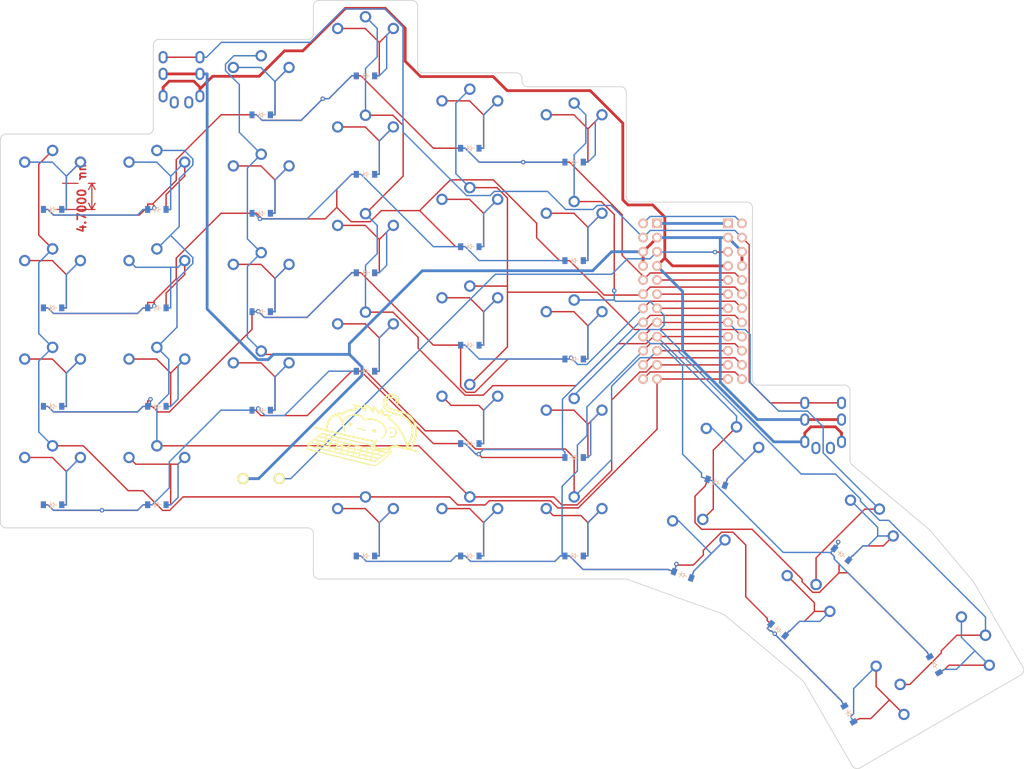
<source format=kicad_pcb>
(kicad_pcb (version 20211014) (generator pcbnew)
  (title_block (title "board") (rev "v1.0.0") (company "Unknown"))
  (layers (0 "F.Cu" signal) (31 "B.Cu" signal) (34 "B.Paste" user) (35 "F.Paste" user) (36 "B.SilkS" user "B.Silkscreen") (37 "F.SilkS" user "F.Silkscreen") (38 "B.Mask" user) (39 "F.Mask" user) (44 "Edge.Cuts" user))
  (net 0 "")
  (net 1 "pinky_off_bottom")
  (net 2 "P10")
  (net 3 "P5")
  (net 4 "pinky_off_home")
  (net 5 "P4")
  (net 6 "pinky_off_top")
  (net 7 "P3")
  (net 8 "pinky_off_over")
  (net 9 "P2")
  (net 10 "pinky_bottom")
  (net 11 "P16")
  (net 12 "pinky_home")
  (net 13 "pinky_top")
  (net 14 "pinky_over")
  (net 15 "ring_bottom")
  (net 16 "P14")
  (net 17 "ring_home")
  (net 18 "ring_top")
  (net 19 "ring_over")
  (net 20 "middle_bottom")
  (net 21 "P15")
  (net 22 "middle_home")
  (net 23 "middle_top")
  (net 24 "middle_over")
  (net 25 "index_bottom")
  (net 26 "P18")
  (net 27 "index_home")
  (net 28 "index_top")
  (net 29 "index_over")
  (net 30 "inner_bottom")
  (net 31 "P19")
  (net 32 "inner_home")
  (net 33 "inner_top")
  (net 34 "inner_over")
  (net 35 "inner_thumb")
  (net 36 "P7")
  (net 37 "near_thumb")
  (net 38 "home_thumb")
  (net 39 "far_thumb")
  (net 40 "far_over")
  (net 41 "P6")
  (net 42 "farther_thumb")
  (net 43 "farther_over")
  (net 44 "outer_thumb")
  (net 45 "outer_over")
  (net 46 "RAW")
  (net 47 "GND")
  (net 48 "RST")
  (net 49 "VCC")
  (net 50 "P21")
  (net 51 "P20")
  (net 52 "P1")
  (net 53 "P0")
  (net 54 "P8")
  (net 55 "P9")
  (footprint "kbd:ResetSW" (layer "F.Cu") (at 55.44 0)
    (fp_text reference "B1" hide)
    (fp_text value "")
  )
  (footprint "TRRS-PJ-320A-dual" (layer "F.Cu") (at 42.44 -78.88)
    (fp_text reference "TRRS4")
    (fp_text value "TRRS-PJ-320A-dual")
  )
  (footprint "ComboDiode" (layer "F.Cu") (at 92.88 -6.3)
    (fp_text reference "D17" hide)
    (fp_text value "" hide)
  )
  (footprint "PG1350" (layer "F.Cu") (at 151.2251 23.5365 -40)
    (fp_text reference "S30" hide)
    (fp_text value "" hide)
  )
  (footprint "PG1350" (layer "F.Cu") (at 111.6 -43.86)
    (fp_text reference "S23" hide)
    (fp_text value "" hide)
  )
  (footprint "ComboDiode" (layer "F.Cu") (at 111.6 -56.84)
    (fp_text reference "D24" hide)
    (fp_text value "" hide)
  )
  (footprint "ComboDiode" (layer "F.Cu") (at 18 4.7)
    (fp_text reference "D1" hide)
    (fp_text value "" hide)
  )
  (footprint "PG1350" (layer "F.Cu") (at 74.16 9.18)
    (fp_text reference "S25" hide)
    (fp_text value "" hide)
  )
  (footprint "PG1350" (layer "F.Cu") (at 92.88 9.18)
    (fp_text reference "S26" hide)
    (fp_text value "" hide)
  )
  (footprint "ComboDiode" (layer "F.Cu") (at 111.6 13.88)
    (fp_text reference "D27" hide)
    (fp_text value "" hide)
  )
  (footprint "ComboDiode" (layer "F.Cu") (at 74.16 -19.3)
    (fp_text reference "D13" hide)
    (fp_text value "" hide)
  )
  (footprint "ComboDiode" (layer "F.Cu") (at 137.1177 0.6676 -20)
    (fp_text reference "D29" hide)
    (fp_text value "" hide)
  )
  (footprint "ComboDiode" (layer "F.Cu") (at 159.5684 13.5933 -40)
    (fp_text reference "D31" hide)
    (fp_text value "" hide)
  )
  (footprint "PG1350" (layer "F.Cu") (at 74.16 -77.04)
    (fp_text reference "S16" hide)
    (fp_text value "" hide)
  )
  (footprint "ComboDiode" (layer "F.Cu") (at 18 -12.98)
    (fp_text reference "D2" hide)
    (fp_text value "" hide)
  )
  (footprint "PG1350" (layer "F.Cu") (at 36.72 -53.04)
    (fp_text reference "S8" hide)
    (fp_text value "" hide)
  )
  (footprint "ComboDiode" (layer "F.Cu") (at 74.16 -72.34)
    (fp_text reference "D16" hide)
    (fp_text value "" hide)
  )
  (footprint "PG1350" (layer "F.Cu") (at 74.16 -24)
    (fp_text reference "S13" hide)
    (fp_text value "" hide)
  )
  (footprint "ComboDiode" (layer "F.Cu") (at 36.72 -48.34)
    (fp_text reference "D8" hide)
    (fp_text value "" hide)
  )
  (footprint "ComboDiode" (layer "F.Cu") (at 74.16 -36.98)
    (fp_text reference "D14" hide)
    (fp_text value "" hide)
  )
  (footprint "PG1350" (layer "F.Cu") (at 18 -17.68)
    (fp_text reference "S2" hide)
    (fp_text value "" hide)
  )
  (footprint "PG1350" (layer "F.Cu") (at 138.7252 -3.749 -20)
    (fp_text reference "S29" hide)
    (fp_text value "" hide)
  )
  (footprint "TRRS-PJ-320A-dual" (layer "F.Cu") (at 159.5895 -16.8072)
    (fp_text reference "TRRS1")
    (fp_text value "TRRS-PJ-320A-dual")
  )
  (footprint "ComboDiode" (layer "F.Cu") (at 55.44 -47.66)
    (fp_text reference "D11" hide)
    (fp_text value "" hide)
  )
  (footprint "ComboDiode" (layer "F.Cu") (at 18 -48.34)
    (fp_text reference "D4" hide)
    (fp_text value "" hide)
  )
  (footprint "ComboDiode" (layer "F.Cu") (at 111.6 -21.48)
    (fp_text reference "D22" hide)
    (fp_text value "" hide)
  )
  (footprint "PG1350" (layer "F.Cu") (at 55.44 -17)
    (fp_text reference "S9" hide)
    (fp_text value "" hide)
  )
  (footprint "ComboDiode" (layer "F.Cu") (at 92.88 -23.98)
    (fp_text reference "D18" hide)
    (fp_text value "" hide)
  )
  (footprint "PG1350" (layer "F.Cu") (at 162.5895 9.9928 -40)
    (fp_text reference "S31" hide)
    (fp_text value "" hide)
  )
  (footprint "PG1350" (layer "F.Cu") (at 180.3147 31.068 -60)
    (fp_text reference "S33" hide)
    (fp_text value "" hide)
  )
  (footprint "PG1350" (layer "F.Cu") (at 74.16 -41.68)
    (fp_text reference "S14" hide)
    (fp_text value "" hide)
  )
  (footprint "PG1350" (layer "F.Cu") (at 132.6782 12.8648 -20)
    (fp_text reference "S28" hide)
    (fp_text value "" hide)
  )
  (footprint "ComboDiode" (layer "F.Cu") (at 92.88 -41.66)
    (fp_text reference "D19" hide)
    (fp_text value "" hide)
  )
  (footprint "PG1350" (layer "F.Cu") (at 55.44 -52.36)
    (fp_text reference "S11" hide)
    (fp_text value "" hide)
  )
  (footprint "ComboDiode" (layer "F.Cu") (at 55.44 -65.34)
    (fp_text reference "D12" hide)
    (fp_text value "" hide)
  )
  (footprint "ProMicro" (layer "F.Cu") (at 131.6 -31.86 -90)
    (fp_text reference "MCU1" hide)
    (fp_text value "" hide)
  )
  (footprint "PG1350" (layer "F.Cu") (at 18 0)
    (fp_text reference "S1" hide)
    (fp_text value "" hide)
  )
  (footprint "PG1350" (layer "F.Cu") (at 36.72 -35.36)
    (fp_text reference "S7" hide)
    (fp_text value "" hide)
  )
  (footprint "PG1350" (layer "F.Cu") (at 18 -53.04)
    (fp_text reference "S4" hide)
    (fp_text value "" hide)
  )
  (footprint "PG1350" (layer "F.Cu") (at 36.72 0)
    (fp_text reference "S5" hide)
    (fp_text value "" hide)
  )
  (footprint "ComboDiode" (layer "F.Cu") (at 176.2444 33.418 -60)
    (fp_text reference "D33" hide)
    (fp_text value "" hide)
  )
  (footprint "ComboDiode" (layer "F.Cu") (at 74.16 -54.66)
    (fp_text reference "D15" hide)
    (fp_text value "" hide)
  )
  (footprint "PG1350" (layer "F.Cu") (at 92.88 -11)
    (fp_text reference "S17" hide)
    (fp_text value "" hide)
  )
  (footprint "ComboDiode" (layer "F.Cu") (at 36.72 4.7)
    (fp_text reference "D5" hide)
    (fp_text value "" hide)
  )
  (footprint "ProMicro" (layer "F.Cu") (at 134.1 -31.86 -90)
    (fp_text reference "MCU2" hide)
    (fp_text value "" hide)
  )
  (footprint "PG1350" (layer "F.Cu") (at 111.6 -61.54)
    (fp_text reference "S24" hide)
    (fp_text value "" hide)
  )
  (footprint "TRRS-PJ-320A-dual" (layer "F.Cu") (at 157.5895 -16.8072)
    (fp_text reference "TRRS2")
    (fp_text value "TRRS-PJ-320A-dual")
  )
  (footprint "PG1350" (layer "F.Cu") (at 92.88 -64.04)
    (fp_text reference "S20" hide)
    (fp_text value "" hide)
  )
  (footprint "TRRS-PJ-320A-dual" (layer "F.Cu") (at 44.44 -78.88)
    (fp_text reference "TRRS3")
    (fp_text value "TRRS-PJ-320A-dual")
  )
  (footprint "PG1350" (layer "F.Cu") (at 111.6 -8.5)
    (fp_text reference "S21" hide)
    (fp_text value "" hide)
  )
  (footprint "LOGO" (layer "F.Cu") (at 73.7 -8.75)
    (fp_text reference "G***" hide)
    (fp_text value "LOGO" hide)
  )
  (footprint "ComboDiode" (layer "F.Cu") (at 36.72 -12.98)
    (fp_text reference "D6" hide)
    (fp_text value "" hide)
  )
  (footprint "ComboDiode" (layer "F.Cu") (at 18 -30.66)
    (fp_text reference "D3" hide)
    (fp_text value "" hide)
  )
  (footprint "PG1350" (layer "F.Cu") (at 111.6 9.18)
    (fp_text reference "S27" hide)
    (fp_text value "" hide)
  )
  (footprint "ComboDiode" (layer "F.Cu") (at 111.6 -39.16)
    (fp_text reference "D23" hide)
    (fp_text value "" hide)
  )
  (footprint "ComboDiode" (layer "F.Cu") (at 131.0708 17.2813 -20)
    (fp_text reference "D28" hide)
    (fp_text value "" hide)
  )
  (footprint "PG1350" (layer "F.Cu") (at 92.88 -46.36)
    (fp_text reference "S19" hide)
    (fp_text value "" hide)
  )
  (footprint "PG1350" (layer "F.Cu") (at 111.6 -26.18)
    (fp_text reference "S22" hide)
    (fp_text value "" hide)
  )
  (footprint "ComboDiode" (layer "F.Cu") (at 92.88 -59.34)
    (fp_text reference "D20" hide)
    (fp_text value "" hide)
  )
  (footprint "ComboDiode" (layer "F.Cu") (at 160.9331 42.258 -60)
    (fp_text reference "D32" hide)
    (fp_text value "" hide)
  )
  (footprint "PG1350" (layer "F.Cu") (at 92.88 -28.68)
    (fp_text reference "S18" hide)
    (fp_text value "" hide)
  )
  (footprint "PG1350" (layer "F.Cu") (at 55.44 -34.68)
    (fp_text reference "S10" hide)
    (fp_text value "" hide)
  )
  (footprint "ComboDiode" (layer "F.Cu") (at 111.6 -3.8)
    (fp_text reference "D21" hide)
    (fp_text value "" hide)
  )
  (footprint "ComboDiode" (layer "F.Cu") (at 148.204 27.1369 -40)
    (fp_text reference "D30" hide)
    (fp_text value "" hide)
  )
  (footprint "ComboDiode" (layer "F.Cu") (at 55.44 -29.98)
    (fp_text reference "D10" hide)
    (fp_text value "" hide)
  )
  (footprint "ComboDiode" (layer "F.Cu") (at 36.72 -30.66)
    (fp_text reference "D7" hide)
    (fp_text value "" hide)
  )
  (footprint "PG1350" (layer "F.Cu") (at 55.44 -70.04)
    (fp_text reference "S12" hide)
    (fp_text value "" hide)
  )
  (footprint "ComboDiode" (layer "F.Cu") (at 55.44 -12.3)
    (fp_text reference "D9" hide)
    (fp_text value "" hide)
  )
  (footprint "PG1350" (layer "F.Cu") (at 18 -35.36)
    (fp_text reference "S3" hide)
    (fp_text value "" hide)
  )
  (footprint "PG1350" (layer "F.Cu") (at 165.0034 39.908 -60)
    (fp_text reference "S32" hide)
    (fp_text value "" hide)
  )
  (footprint "ComboDiode" (layer "F.Cu") (at 74.16 13.88)
    (fp_text reference "D25" hide)
    (fp_text value "" hide)
  )
  (footprint "ComboDiode" (layer "F.Cu") (at 92.88 13.88)
    (fp_text reference "D26" hide)
    (fp_text value "" hide)
  )
  (footprint "PG1350" (layer "F.Cu") (at 36.72 -17.68)
    (fp_text reference "S6" hide)
    (fp_text value "" hide)
  )
  (footprint "PG1350" (layer "F.Cu") (at 74.16 -59.36)
    (fp_text reference "S15" hide)
    (fp_text value "" hide)
  )
  (gr_arc (start 103.24 -70.38) (mid 102.532893 -70.672893) (end 102.24 -71.38) (layer "Edge.Cuts") (width 0.15))
  (gr_arc (start 64.8 -79.88) (mid 64.507107 -79.172893) (end 63.8 -78.88) (layer "Edge.Cuts") (width 0.15))
  (gr_arc (start 144.6 -16.79548) (mid 143.892893 -17.088373) (end 143.6 -17.79548) (layer "Edge.Cuts") (width 0.15))
  (gr_line (start 120.96 -50.66) (end 120.96 -69.38) (layer "Edge.Cuts") (width 0.15))
  (gr_line (start 152.437215 36.093432) (end 138.648415 24.523255) (layer "Edge.Cuts") (width 0.15))
  (gr_arc (start 9.64 8.84) (mid 8.932893 8.547107) (end 8.64 7.84) (layer "Edge.Cuts") (width 0.15))
  (gr_line (start 160.101609 -16.79548) (end 144.6 -16.79548) (layer "Edge.Cuts") (width 0.15))
  (gr_line (start 9.64 -61.88) (end 35.08 -61.88) (layer "Edge.Cuts") (width 0.15))
  (gr_line (start 161.458821 -2.495743) (end 175.375936 9.182103) (layer "Edge.Cuts") (width 0.15))
  (gr_arc (start 84.52 -72.88) (mid 83.812893 -73.172893) (end 83.52 -73.88) (layer "Edge.Cuts") (width 0.15))
  (gr_line (start 83.52 -73.88) (end 83.52 -84.88) (layer "Edge.Cuts") (width 0.15))
  (gr_arc (start 162.893768 51.934046) (mid 162.134949 52.033946) (end 161.527742 51.56802) (layer "Edge.Cuts") (width 0.15))
  (gr_line (start 101.24 -72.88) (end 84.52 -72.88) (layer "Edge.Cuts") (width 0.15))
  (gr_line (start 8.64 -60.88) (end 8.64 7.84) (layer "Edge.Cuts") (width 0.15))
  (gr_arc (start 65.8 18.02) (mid 65.092893 17.727107) (end 64.8 17.02) (layer "Edge.Cuts") (width 0.15))
  (gr_line (start 161.101609 -3.261788) (end 161.101609 -15.79548) (layer "Edge.Cuts") (width 0.15))
  (gr_line (start 175.497532 9.303385) (end 183.233153 18.474181) (layer "Edge.Cuts") (width 0.15))
  (gr_line (start 138.112024 24.249836) (end 121.197557 18.093474) (layer "Edge.Cuts") (width 0.15))
  (gr_line (start 161.527742 51.56802) (end 152.847742 36.533818) (layer "Edge.Cuts") (width 0.15))
  (gr_line (start 65.8 18.02) (end 120.6 18.02) (layer "Edge.Cuts") (width 0.15))
  (gr_arc (start 192.150401 33.888019) (mid 192.250301 34.646838) (end 191.784375 35.254045) (layer "Edge.Cuts") (width 0.15))
  (gr_line (start 152.847742 36.533818) (end 152.437215 36.093432) (layer "Edge.Cuts") (width 0.15))
  (gr_line (start 64.8 -84.88) (end 64.8 -79.88) (layer "Edge.Cuts") (width 0.15))
  (gr_arc (start 175.375936 9.182103) (mid 175.439342 9.240129) (end 175.497532 9.303385) (layer "Edge.Cuts") (width 0.15))
  (gr_line (start 9.64 8.84) (end 63.8 8.84) (layer "Edge.Cuts") (width 0.15))
  (gr_arc (start 160.101609 -16.79548) (mid 160.808716 -16.502587) (end 161.101609 -15.79548) (layer "Edge.Cuts") (width 0.15))
  (gr_line (start 191.784375 35.254045) (end 162.893768 51.934045) (layer "Edge.Cuts") (width 0.15))
  (gr_arc (start 82.52 -85.88) (mid 83.227107 -85.587107) (end 83.52 -84.88) (layer "Edge.Cuts") (width 0.15))
  (gr_line (start 143.6 -17.79548) (end 143.6 -48.66) (layer "Edge.Cuts") (width 0.15))
  (gr_line (start 82.52 -85.88) (end 65.8 -85.88) (layer "Edge.Cuts") (width 0.15))
  (gr_arc (start 64.8 -84.88) (mid 65.092893 -85.587107) (end 65.8 -85.88) (layer "Edge.Cuts") (width 0.15))
  (gr_arc (start 183.233153 18.474181) (mid 183.287181 18.54431) (end 183.334795 18.618943) (layer "Edge.Cuts") (width 0.15))
  (gr_arc (start 121.96 -49.66) (mid 121.252893 -49.952893) (end 120.96 -50.66) (layer "Edge.Cuts") (width 0.15))
  (gr_arc (start 63.8 8.84) (mid 64.507107 9.132893) (end 64.8 9.84) (layer "Edge.Cuts") (width 0.15))
  (gr_line (start 36.08 -77.88) (end 36.08 -62.88) (layer "Edge.Cuts") (width 0.15))
  (gr_arc (start 8.64 -60.88) (mid 8.932893 -61.587107) (end 9.64 -61.88) (layer "Edge.Cuts") (width 0.15))
  (gr_arc (start 119.96 -70.38) (mid 120.667107 -70.087107) (end 120.96 -69.38) (layer "Edge.Cuts") (width 0.15))
  (gr_arc (start 142.6 -49.66) (mid 143.307107 -49.367107) (end 143.6 -48.66) (layer "Edge.Cuts") (width 0.15))
  (gr_line (start 102.24 -71.38) (end 102.24 -71.88) (layer "Edge.Cuts") (width 0.15))
  (gr_arc (start 36.08 -62.88) (mid 35.787107 -62.172893) (end 35.08 -61.88) (layer "Edge.Cuts") (width 0.15))
  (gr_line (start 138.648415 24.523255) (end 138.112024 24.249836) (layer "Edge.Cuts") (width 0.15))
  (gr_line (start 64.8 17.02) (end 64.8 9.84) (layer "Edge.Cuts") (width 0.15))
  (gr_arc (start 36.08 -77.88) (mid 36.372893 -78.587107) (end 37.08 -78.88) (layer "Edge.Cuts") (width 0.15))
  (gr_line (start 37.08 -78.88) (end 63.8 -78.88) (layer "Edge.Cuts") (width 0.15))
  (gr_line (start 119.96 -70.38) (end 103.24 -70.38) (layer "Edge.Cuts") (width 0.15))
  (gr_line (start 142.6 -49.66) (end 121.96 -49.66) (layer "Edge.Cuts") (width 0.15))
  (gr_line (start 121.197557 18.093474) (end 120.6 18.02) (layer "Edge.Cuts") (width 0.15))
  (gr_arc (start 101.24 -72.88) (mid 101.947107 -72.587107) (end 102.24 -71.88) (layer "Edge.Cuts") (width 0.15))
  (gr_arc (start 161.458821 -2.495744) (mid 161.195301 -2.83917) (end 161.101609 -3.261788) (layer "Edge.Cuts") (width 0.15))
  (gr_line (start 183.334795 18.618943) (end 192.150401 33.888019) (layer "Edge.Cuts") (width 0.15))
  (dimension (type aligned) (layer "F.Cu") (pts (xy 18 -48.34) (xy 18 -53.04)) (height 7.05) (gr_text "4.7000 mm" (at 23.25 -50.69 90) (layer "F.Cu") (effects (font (size 1.5 1.5) (thickness 0.3)))) (format (units 3) (units_format 1) (precision 4)) (style (thickness 0.2) (arrow_length 1.27) (text_position_mode 0) (extension_height 0.58642) (extension_offset 0.5) keep_text_aligned))
  (segment (start 23 -3.8) (end 20.4751 -1.2751) (width 0.25) (layer "F.Cu") (net 1))
  (segment (start 17.9502 -3.8) (end 13 -3.8) (width 0.25) (layer "F.Cu") (net 1))
  (segment (start 19.65 4.7) (end 20.4751 4.7) (width 0.25) (layer "F.Cu") (net 1))
  (segment (start 20.4751 -1.2751) (end 20.4751 4.7) (width 0.25) (layer "F.Cu") (net 1))
  (segment (start 20.4751 -1.2751) (end 17.9502 -3.8) (width 0.25) (layer "F.Cu") (net 1))
  (segment (start 19.65 4.7) (end 20.4751 4.7) (width 0.25) (layer "B.Cu") (net 1))
  (segment (start 20.4751 -1.2751) (end 20.4751 4.7) (width 0.25) (layer "B.Cu") (net 1))
  (segment (start 23 -3.8) (end 20.4751 -1.2751) (width 0.25) (layer "B.Cu") (net 1))
  (segment (start 18 -5.9) (end 23.5107 -5.9) (width 0.25) (layer "F.Cu") (net 2))
  (segment (start 126.48 -17.89) (end 139.22 -17.89) (width 0.25) (layer "F.Cu") (net 2))
  (segment (start 41.4199 3.28) (end 74.16 3.28) (width 0.25) (layer "F.Cu") (net 2))
  (segment (start 74.16 3.28) (end 89.2622 3.28) (width 0.25) (layer "F.Cu") (net 2))
  (segment (start 90.7018 4.7196) (end 95.6246 4.7196) (width 0.25) (layer "F.Cu") (net 2))
  (segment (start 38.9979 5.702) (end 41.4199 3.28) (width 0.25) (layer "F.Cu") (net 2))
  (segment (start 18 -41.26) (end 15.5248 -43.7352) (width 0.25) (layer "F.Cu") (net 2))
  (segment (start 15.5248 -56.4648) (end 18 -58.94) (width 0.25) (layer "F.Cu") (net 2))
  (segment (start 23.5107 -5.9) (end 31.572 2.1613) (width 0.25) (layer "F.Cu") (net 2))
  (segment (start 96.3765 3.9677) (end 107.3646 3.9677) (width 0.25) (layer "F.Cu") (net 2))
  (segment (start 34.2102 2.1613) (end 37.7509 5.702) (width 0.25) (layer "F.Cu") (net 2))
  (segment (start 126.48 -8.8705) (end 126.48 -17.89) (width 0.25) (layer "F.Cu") (net 2))
  (segment (start 108.6579 5.261) (end 112.3485 5.261) (width 0.25) (layer "F.Cu") (net 2))
  (segment (start 15.5248 -43.7352) (end 15.5248 -56.4648) (width 0.25) (layer "F.Cu") (net 2))
  (segment (start 107.3646 3.9677) (end 108.6579 5.261) (width 0.25) (layer "F.Cu") (net 2))
  (segment (start 89.2622 3.28) (end 90.7018 4.7196) (width 0.25) (layer "F.Cu") (net 2))
  (segment (start 37.7509 5.702) (end 38.9979 5.702) (width 0.25) (layer "F.Cu") (net 2))
  (segment (start 112.3485 5.261) (end 126.48 -8.8705) (width 0.25) (layer "F.Cu") (net 2))
  (segment (start 31.572 2.1613) (end 34.2102 2.1613) (width 0.25) (layer "F.Cu") (net 2))
  (segment (start 95.6246 4.7196) (end 96.3765 3.9677) (width 0.25) (layer "F.Cu") (net 2))
  (segment (start 18 -23.58) (end 15.5248 -21.1048) (width 0.25) (layer "B.Cu") (net 2))
  (segment (start 15.5248 -21.1048) (end 15.5248 -8.3752) (width 0.25) (layer "B.Cu") (net 2))
  (segment (start 18 -41.26) (end 15.5248 -38.7848) (width 0.25) (layer "B.Cu") (net 2))
  (segment (start 15.5248 -38.7848) (end 15.5248 -26.0552) (width 0.25) (layer "B.Cu") (net 2))
  (segment (start 15.5248 -26.0552) (end 18 -23.58) (width 0.25) (layer "B.Cu") (net 2))
  (segment (start 15.5248 -8.3752) (end 18 -5.9) (width 0.25) (layer "B.Cu") (net 2))
  (segment (start 91.6426 -6.3) (end 91.23 -6.3) (width 0.25) (layer "F.Cu") (net 3))
  (segment (start 95.0637 -3.8) (end 94.4669 -4.3968) (width 0.25) (layer "F.Cu") (net 3))
  (segment (start 140.45 -29.32) (end 125.25 -29.32) (width 0.25) (layer "F.Cu") (net 3))
  (segment (start 91.23 -6.3) (end 86.3351 -6.3) (width 0.25) (layer "F.Cu") (net 3))
  (segment (start 91.6426 -6.3) (end 92.0551 -6.3) (width 0.25) (layer "F.Cu") (net 3))
  (segment (start 34.2449 4.7) (end 33.2697 5.6752) (width 0.25) (layer "F.Cu") (net 3))
  (segment (start 35.07 4.7) (end 34.2449 4.7) (width 0.25) (layer "F.Cu") (net 3))
  (segment (start 54.2026 -12.3) (end 54.4089 -12.3) (width 0.25) (layer "F.Cu") (net 3))
  (segment (start 54.2026 -12.3) (end 53.79 -12.3) (width 0.25) (layer "F.Cu") (net 3))
  (segment (start 54.9044 -12.5893) (end 54.6151 -12.3) (width 0.25) (layer "F.Cu") (net 3))
  (segment (start 16.35 4.7) (end 17.1751 4.7) (width 0.25) (layer "F.Cu") (net 3))
  (segment (start 72.51 -19.3) (end 71.6849 -19.3) (width 0.25) (layer "F.Cu") (net 3))
  (segment (start 18.1503 5.6752) (end 17.1751 4.7) (width 0.25) (layer "F.Cu") (net 3))
  (segment (start 141.72 -28.05) (end 140.45 -29.32) (width 0.25) (layer "F.Cu") (net 3))
  (segment (start 72.51 -19.3) (end 73.3351 -19.3) (width 0.25) (layer "F.Cu") (net 3))
  (segment (start 125.25 -29.32) (end 123.98 -28.05) (width 0.25) (layer "F.Cu") (net 3))
  (segment (start 54.4089 -12.3) (end 55.3841 -11.3248) (width 0.25) (layer "F.Cu") (net 3))
  (segment (start 33.2697 5.6752) (end 26.8589 5.6752) (width 0.25) (layer "F.Cu") (net 3))
  (segment (start 109.95 -3.8) (end 95.0637 -3.8) (width 0.25) (layer "F.Cu") (net 3))
  (segment (start 63.7097 -11.3248) (end 71.6849 -19.3) (width 0.25) (layer "F.Cu") (net 3))
  (segment (start 26.8589 5.6752) (end 18.1503 5.6752) (width 0.25) (layer "F.Cu") (net 3))
  (segment (start 55.3841 -11.3248) (end 63.7097 -11.3248) (width 0.25) (layer "F.Cu") (net 3))
  (segment (start 94.4669 -4.3968) (end 93.9583 -4.3968) (width 0.25) (layer "F.Cu") (net 3))
  (segment (start 86.3351 -6.3) (end 73.3351 -19.3) (width 0.25) (layer "F.Cu") (net 3))
  (segment (start 93.9583 -4.3968) (end 92.0551 -6.3) (width 0.25) (layer "F.Cu") (net 3))
  (segment (start 54.4089 -12.3) (end 54.6151 -12.3) (width 0.25) (layer "F.Cu") (net 3))
  (via (at 26.8589 5.6752) (size 0.8) (drill 0.4) (layers "F.Cu" "B.Cu") (net 3))
  (via (at 94.4669 -4.3968) (size 0.8) (drill 0.4) (layers "F.Cu" "B.Cu") (net 3))
  (via (at 54.9044 -12.5893) (size 0.8) (drill 0.4) (layers "F.Cu" "B.Cu") (net 3))
  (segment (start 33.2697 5.6752) (end 26.8589 5.6752) (width 0.25) (layer "B.Cu") (net 3))
  (segment (start 53.79 -12.3) (end 48.216 -12.3) (width 0.25) (layer "B.Cu") (net 3))
  (segment (start 48.216 -12.3) (end 38.9451 -3.0291) (width 0.25) (layer "B.Cu") (net 3))
  (segment (start 67.5802 -19.3) (end 59.605 -11.3248) (width 0.25) (layer "B.Cu") (net 3))
  (segment (start 34.2449 4.7) (end 33.2697 5.6752) (width 0.25) (layer "B.Cu") (net 3))
  (segment (start 109.5063 -14.2737) (end 109.5063 -5.2188) (width 0.25) (layer "B.Cu") (net 3))
  (segment (start 35.07 4.7) (end 35.8951 4.7) (width 0.25) (layer "B.Cu") (net 3))
  (segment (start 91.23 -6.3) (end 92.0551 -6.3) (width 0.25) (layer "B.Cu") (net 3))
  (segment (start 123.98 -28.05) (end 123.2826 -28.05) (width 0.25) (layer "B.Cu") (net 3))
  (segment (start 54.9044 -12.5893) (end 54.6151 -12.3) (width 0.25) (layer "B.Cu") (net 3))
  (segment (start 38.9451 -3.0291) (end 38.9451 1.65) (width 0.25) (layer "B.Cu") (net 3))
  (segment (start 72.51 -19.3) (end 67.5802 -19.3) (width 0.25) (layer "B.Cu") (net 3))
  (segment (start 123.2826 -28.05) (end 109.5063 -14.2737) (width 0.25) (layer "B.Cu") (net 3))
  (segment (start 59.605 -11.3248) (end 56.1689 -11.3248) (width 0.25) (layer "B.Cu") (net 3))
  (segment (start 53.79 -12.3) (end 54.6151 -12.3) (width 0.25) (layer "B.Cu") (net 3))
  (segment (start 56.1689 -11.3248) (end 54.9044 -12.5893) (width 0.25) (layer "B.Cu") (net 3))
  (segment (start 94.4669 -4.3968) (end 93.9583 -4.3968) (width 0.25) (layer "B.Cu") (net 3))
  (segment (start 95.2889 -5.2188) (end 94.4669 -4.3968) (width 0.25) (layer "B.Cu") (net 3))
  (segment (start 93.9583 -4.3968) (end 92.0551 -6.3) (width 0.25) (layer "B.Cu") (net 3))
  (segment (start 109.5063 -5.2188) (end 95.2889 -5.2188) (width 0.25) (layer "B.Cu") (net 3))
  (segment (start 38.9451 1.65) (end 35.8951 4.7) (width 0.25) (layer "B.Cu") (net 3))
  (segment (start 26.8589 5.6752) (end 18.1503 5.6752) (width 0.25) (layer "B.Cu") (net 3))
  (segment (start 16.35 4.7) (end 17.1751 4.7) (width 0.25) (layer "B.Cu") (net 3))
  (segment (start 18.1503 5.6752) (end 17.1751 4.7) (width 0.25) (layer "B.Cu") (net 3))
  (segment (start 35.07 4.7) (end 34.2449 4.7) (width 0.25) (layer "B.Cu") (net 3))
  (segment (start 109.95 -3.8) (end 109.95 -4.7751) (width 0.25) (layer "B.Cu") (net 3))
  (segment (start 109.5063 -5.2188) (end 109.95 -4.7751) (width 0.25) (layer "B.Cu") (net 3))
  (segment (start 20.4751 -18.9551) (end 17.9502 -21.48) (width 0.25) (layer "F.Cu") (net 4))
  (segment (start 17.9502 -21.48) (end 13 -21.48) (width 0.25) (layer "F.Cu") (net 4))
  (segment (start 19.65 -12.98) (end 20.4751 -12.98) (width 0.25) (layer "F.Cu") (net 4))
  (segment (start 20.4751 -18.9551) (end 20.4751 -12.98) (width 0.25) (layer "F.Cu") (net 4))
  (segment (start 23 -21.48) (end 20.4751 -18.9551) (width 0.25) (layer "F.Cu") (net 4))
  (segment (start 20.4751 -18.9551) (end 20.4751 -12.98) (width 0.25) (layer "B.Cu") (net 4))
  (segment (start 23 -21.48) (end 20.4751 -18.9551) (width 0.25) (layer "B.Cu") (net 4))
  (segment (start 19.65 -12.98) (end 20.4751 -12.98) (width 0.25) (layer "B.Cu") (net 4))
  (segment (start 86.3351 -23.98) (end 73.3351 -36.98) (width 0.25) (layer "F.Cu") (net 5))
  (segment (start 72.51 -36.98) (end 73.3351 -36.98) (width 0.25) (layer "F.Cu") (net 5))
  (segment (start 72.51 -36.98) (end 71.6849 -36.98) (width 0.25) (layer "F.Cu") (net 5))
  (segment (start 35.07 -12.98) (end 34.2449 -12.98) (width 0.25) (layer "F.Cu") (net 5))
  (segment (start 92.2363 -15.5042) (end 91.23 -16.5105) (width 0.25) (layer "F.Cu") (net 5))
  (segment (start 91.23 -23.98) (end 86.3351 -23.98) (width 0.25) (layer "F.Cu") (net 5))
  (segment (start 54.2026 -29.98) (end 54.6151 -29.98) (width 0.25) (layer "F.Cu") (net 5))
  (segment (start 93.7662 -15.5042) (end 92.2363 -15.5042) (width 0.25) (layer "F.Cu") (net 5))
  (segment (start 54.9001 -30.0516) (end 54.6867 -30.0516) (width 0.25) (layer "F.Cu") (net 5))
  (segment (start 53.79 -29.98) (end 53.79 -26.817) (width 0.25) (layer "F.Cu") (net 5))
  (segment (start 111.0011 -21.706) (end 110.7751 -21.48) (width 0.25) (layer "F.Cu") (net 5))
  (segment (start 54.9001 -30.0516) (end 55.9881 -28.9636) (width 0.25) (layer "F.Cu") (net 5))
  (segment (start 35.07 -12.98) (end 35.8951 -12.98) (width 0.25) (layer "F.Cu") (net 5))
  (segment (start 53.79 -26.817) (end 38.9563 -11.9833) (width 0.25) (layer "F.Cu") (net 5))
  (segment (start 140.45 -31.86) (end 125.25 -31.86) (width 0.25) (layer "F.Cu") (net 5))
  (segment (start 36.8918 -11.9833) (end 35.8951 -12.98) (width 0.25) (layer "F.Cu") (net 5))
  (segment (start 110.3626 -21.48) (end 110.7751 -21.48) (width 0.25) (layer "F.Cu") (net 5))
  (segment (start 54.2026 -29.98) (end 53.79 -29.98) (width 0.25) (layer "F.Cu") (net 5))
  (segment (start 63.6685 -28.9636) (end 71.6849 -36.98) (width 0.25) (layer "F.Cu") (net 5))
  (segment (start 125.25 -31.86) (end 123.98 -30.59) (width 0.25) (layer "F.Cu") (net 5))
  (segment (start 34.2449 -12.98) (end 33.2482 -11.9833) (width 0.25) (layer "F.Cu") (net 5))
  (segment (start 33.2482 -11.9833) (end 18.1718 -11.9833) (width 0.25) (layer "F.Cu") (net 5))
  (segment (start 16.35 -12.98) (end 17.1751 -12.98) (width 0.25) (layer "F.Cu") (net 5))
  (segment (start 109.95 -21.48) (end 99.742 -21.48) (width 0.25) (layer "F.Cu") (net 5))
  (segment (start 110.3626 -21.48) (end 109.95 -21.48) (width 0.25) (layer "F.Cu") (net 5))
  (segment (start 141.72 -30.59) (end 140.45 -31.86) (width 0.25) (layer "F.Cu") (net 5))
  (segment (start 111.0542 -21.706) (end 111.0011 -21.706) (width 0.25) (layer "F.Cu") (net 5))
  (segment (start 91.23 -16.5105) (end 91.23 -23.98) (width 0.25) (layer "F.Cu") (net 5))
  (segment (start 38.9563 -11.9833) (end 36.8918 -11.9833) (width 0.25) (layer "F.Cu") (net 5))
  (segment (start 35.07 -12.98) (end 35.07 -13.9551) (width 0.25) (layer "F.Cu") (net 5))
  (segment (start 35.2658 -13.9551) (end 35.07 -13.9551) (width 0.25) (layer "F.Cu") (net 5))
  (segment (start 18.1718 -11.9833) (end 17.1751 -12.98) (width 0.25) (layer "F.Cu") (net 5))
  (segment (start 54.6867 -30.0516) (end 54.6151 -29.98) (width 0.25) (layer "F.Cu") (net 5))
  (segment (start 55.9881 -28.9636) (end 63.6685 -28.9636) (width 0.25) (layer "F.Cu") (net 5))
  (segment (start 99.742 -21.48) (end 93.7662 -15.5042) (width 0.25) (layer "F.Cu") (net 5))
  (segment (start 35.5681 -14.2574) (end 35.2658 -13.9551) (width 0.25) (layer "F.Cu") (net 5))
  (via (at 54.9001 -30.0516) (size 0.8) (drill 0.4) (layers "F.Cu" "B.Cu") (net 5))
  (via (at 35.5681 -14.2574) (size 0.8) (drill 0.4) (layers "F.Cu" "B.Cu") (net 5))
  (via (at 111.0542 -21.706) (size 0.8) (drill 0.4) (layers "F.Cu" "B.Cu") (net 5))
  (segment (start 34.2449 -12.98) (end 33.268 -12.0031) (width 0.25) (layer "B.Cu") (net 5))
  (segment (start 35.07 -12.98) (end 34.2449 -12.98) (width 0.25) (layer "B.Cu") (net 5))
  (segment (start 91.23 -23.98) (end 92.0551 -23.98) (width 0.25) (layer "B.Cu") (net 5))
  (segment (start 53.79 -29.98) (end 54.6151 -29.98) (width 0.25) (layer "B.Cu") (net 5))
  (segment (start 113.8948 -20.5048) (end 112.2554 -20.5048) (width 0.25) (layer "B.Cu") (net 5))
  (segment (start 35.07 -12.98) (end 35.4826 -12.98) (width 0.25) (layer "B.Cu") (net 5))
  (segment (start 123.98 -30.59) (end 113.8948 -20.5048) (width 0.25) (layer "B.Cu") (net 5))
  (segment (start 35.4826 -12.98) (end 35.5681 -13.0655) (width 0.25) (layer "B.Cu") (net 5))
  (segment (start 109.95 -21.48) (end 110.7751 -21.48) (width 0.25) (layer "B.Cu") (net 5))
  (segment (start 54.9001 -30.0516) (end 54.6867 -30.0516) (width 0.25) (layer "B.Cu") (net 5))
  (segment (start 109.95 -21.48) (end 94.5551 -21.48) (width 0.25) (layer "B.Cu") (net 5))
  (segment (start 55.9881 -28.9636) (end 63.6685 -28.9636) (width 0.25) (layer "B.Cu") (net 5))
  (segment (start 33.268 -12.0031) (end 18.152 -12.0031) (width 0.25) (layer "B.Cu") (net 5))
  (segment (start 18.152 -12.0031) (end 17.1751 -12.98) (width 0.25) (layer "B.Cu") (net 5))
  (segment (start 94.5551 -21.48) (end 92.0551 -23.98) (width 0.25) (layer "B.Cu") (net 5))
  (segment (start 110.8282 -21.48) (end 110.7751 -21.48) (width 0.25) (layer "B.Cu") (net 5))
  (segment (start 63.6685 -28.9636) (end 71.6849 -36.98) (width 0.25) (layer "B.Cu") (net 5))
  (segment (start 54.6867 -30.0516) (end 54.6151 -29.98) (width 0.25) (layer "B.Cu") (net 5))
  (segment (start 112.2554 -20.5048) (end 111.0542 -21.706) (width 0.25) (layer "B.Cu") (net 5))
  (segment (start 72.51 -36.98) (end 71.6849 -36.98) (width 0.25) (layer "B.Cu") (net 5))
  (segment (start 35.5681 -13.0655) (end 35.5681 -14.2574) (width 0.25) (layer "B.Cu") (net 5))
  (segment (start 54.9001 -30.0516) (end 55.9881 -28.9636) (width 0.25) (layer "B.Cu") (net 5))
  (segment (start 111.0542 -21.706) (end 110.8282 -21.48) (width 0.25) (layer "B.Cu") (net 5))
  (segment (start 16.35 -12.98) (end 17.1751 -12.98) (width 0.25) (layer "B.Cu") (net 5))
  (segment (start 17.9502 -39.16) (end 13 -39.16) (width 0.25) (layer "F.Cu") (net 6))
  (segment (start 19.65 -30.66) (end 20.4751 -30.66) (width 0.25) (layer "F.Cu") (net 6))
  (segment (start 20.4751 -36.6351) (end 17.9502 -39.16) (width 0.25) (layer "F.Cu") (net 6))
  (segment (start 20.4751 -36.6351) (end 20.4751 -30.66) (width 0.25) (layer "F.Cu") (net 6))
  (segment (start 23 -39.16) (end 20.4751 -36.6351) (width 0.25) (layer "F.Cu") (net 6))
  (segment (start 20.4751 -36.6351) (end 20.4751 -30.66) (width 0.25) (layer "B.Cu") (net 6))
  (segment (start 23 -39.16) (end 20.4751 -36.6351) (width 0.25) (layer "B.Cu") (net 6))
  (segment (start 19.65 -30.66) (end 20.4751 -30.66) (width 0.25) (layer "B.Cu") (net 6))
  (segment (start 16.35 -30.66) (end 17.1751 -30.66) (width 0.25) (layer "F.Cu") (net 7))
  (segment (start 34.2449 -30.66) (end 33.2482 -29.6633) (width 0.25) (layer "F.Cu") (net 7))
  (segment (start 55.2102 -47.0649) (end 54.6151 -47.66) (width 0.25) (layer "F.Cu") (net 7))
  (segment (start 109.95 -39.16) (end 108.9683 -39.16) (width 0.25) (layer "F.Cu") (net 7))
  (segment (start 69.0048 -51.9799) (end 71.6849 -54.66) (width 0.25) (layer "F.Cu") (net 7))
  (segment (start 76.9944 -48.1324) (end 75.0024 -46.1404) (width 0.25) (layer "F.Cu") (net 7))
  (segment (start 36.2267 -31.6351) (end 36.2267 -30.9916) (width 0.25) (layer "F.Cu") (net 7))
  (segment (start 35.07 -30.66) (end 34.2449 -30.66) (width 0.25) (layer "F.Cu") (net 7))
  (segment (start 55.2102 -46.6524) (end 55.2102 -47.0649) (width 0.25) (layer "F.Cu") (net 7))
  (segment (start 69.0048 -48.721) (end 66.9362 -46.6524) (width 0.25) (layer "F.Cu") (net 7))
  (segment (start 89.3953 -53.6556) (end 83.8721 -48.1324) (width 0.25) (layer "F.Cu") (net 7))
  (segment (start 116.9707 -32.9644) (end 110.7751 -39.16) (width 0.25) (layer "F.Cu") (net 7))
  (segment (start 35.07 -30.66) (end 35.07 -31.6351) (width 0.25) (layer "F.Cu") (net 7))
  (segment (start 36.2267 -31.6351) (end 35.07 -31.6351) (width 0.25) (layer "F.Cu") (net 7))
  (segment (start 18.1718 -29.6633) (end 17.1751 -30.66) (width 0.25) (layer "F.Cu") (net 7))
  (segment (start 123.8144 -32.9644) (end 116.9707 -32.9644) (width 0.25) (layer "F.Cu") (net 7))
  (segment (start 40.1917 -35.8764) (end 36.2267 -31.9114) (width 0.25) (layer "F.Cu") (net 7))
  (segment (start 141.72 -33.13) (end 140.45 -34.4) (width 0.25) (layer "F.Cu") (net 7))
  (segment (start 36.2267 -31.9114) (end 36.2267 -31.6351) (width 0.25) (layer "F.Cu") (net 7))
  (segment (start 140.45 -34.4) (end 125.25 -34.4) (width 0.25) (layer "F.Cu") (net 7))
  (segment (start 123.98 -33.13) (end 123.8144 -32.9644) (width 0.25) (layer "F.Cu") (net 7))
  (segment (start 53.79 -47.66) (end 54.6151 -47.66) (width 0.25) (layer "F.Cu") (net 7))
  (segment (start 75.0024 -46.1404) (end 71.5854 -46.1404) (width 0.25) (layer "F.Cu") (net 7))
  (segment (start 125.25 -34.4) (end 123.98 -33.13) (width 0.25) (layer "F.Cu") (net 7))
  (segment (start 69.0048 -48.721) (end 69.0048 -51.9799) (width 0.25) (layer "F.Cu") (net 7))
  (segment (start 33.2482 -29.6633) (end 18.1718 -29.6633) (width 0.25) (layer "F.Cu") (net 7))
  (segment (start 97.0834 -53.6556) (end 89.3953 -53.6556) (width 0.25) (layer "F.Cu") (net 7))
  (segment (start 90.3445 -41.66) (end 83.8721 -48.1324) (width 0.25) (layer "F.Cu") (net 7))
  (segment (start 104.8739 -43.2544) (end 104.8739 -45.8651) (width 0.25) (layer "F.Cu") (net 7))
  (segment (start 40.1917 -39.6058) (end 40.1917 -35.8764) (width 0.25) (layer "F.Cu") (net 7))
  (segment (start 66.9362 -46.6524) (end 55.2102 -46.6524) (width 0.25) (layer "F.Cu") (net 7))
  (segment (start 48.2459 -47.66) (end 40.1917 -39.6058) (width 0.25) (layer "F.Cu") (net 7))
  (segment (start 104.8739 -45.8651) (end 97.0834 -53.6556) (width 0.25) (layer "F.Cu") (net 7))
  (segment (start 53.79 -47.66) (end 48.2459 -47.66) (width 0.25) (layer "F.Cu") (net 7))
  (segment (start 91.23 -41.66) (end 90.3445 -41.66) (width 0.25) (layer "F.Cu") (net 7))
  (segment (start 71.5854 -46.1404) (end 69.0048 -48.721) (width 0.25) (layer "F.Cu") (net 7))
  (segment (start 83.8721 -48.1324) (end 76.9944 -48.1324) (width 0.25) (layer "F.Cu") (net 7))
  (segment (start 108.9683 -39.16) (end 104.8739 -43.2544) (width 0.25) (layer "F.Cu") (net 7))
  (segment (start 109.95 -39.16) (end 110.7751 -39.16) (width 0.25) (layer "F.Cu") (net 7))
  (segment (start 72.51 -54.66) (end 71.6849 -54.66) (width 0.25) (layer "F.Cu") (net 7))
  (via (at 36.2267 -30.9916) (size 0.8) (drill 0.4) (layers "F.Cu" "B.Cu") (net 7))
  (via (at 55.2102 -46.6524) (size 0.8) (drill 0.4) (layers "F.Cu" "B.Cu") (net 7))
  (segment (start 91.23 -41.66) (end 86.3351 -41.66) (width 0.25) (layer "B.Cu") (net 7))
  (segment (start 72.51 -54.66) (end 73.3351 -54.66) (width 0.25) (layer "B.Cu") (net 7))
  (segment (start 109.95 -39.16) (end 94.5551 -39.16) (width 0.25) (layer "B.Cu") (net 7))
  (segment (start 34.2449 -30.66) (end 33.268 -29.6831) (width 0.25) (layer "B.Cu") (net 7))
  (segment (start 16.35 -30.66) (end 17.1751 -30.66) (width 0.25) (layer "B.Cu") (net 7))
  (segment (start 35.07 -30.66) (end 34.2449 -30.66) (width 0.25) (layer "B.Cu") (net 7))
  (segment (start 63.6773 -46.6524) (end 71.6849 -54.66) (width 0.25) (layer "B.Cu") (net 7))
  (segment (start 36.2267 -30.9916) (end 35.8951 -30.66) (width 0.25) (layer "B.Cu") (net 7))
  (segment (start 91.6426 -41.66) (end 91.23 -41.66) (width 0.25) (layer "B.Cu") (net 7))
  (segment (start 35.07 -30.66) (end 35.8951 -30.66) (width 0.25) (layer "B.Cu") (net 7))
  (segment (start 54.2026 -47.66) (end 55.2102 -46.6524) (width 0.25) (layer "B.Cu") (net 7))
  (segment (start 72.51 -54.66) (end 71.6849 -54.66) (width 0.25) (layer "B.Cu") (net 7))
  (segment (start 94.5551 -39.16) (end 92.0551 -41.66) (width 0.25) (layer "B.Cu") (net 7))
  (segment (start 33.268 -29.6831) (end 18.152 -29.6831) (width 0.25) (layer "B.Cu") (net 7))
  (segment (start 18.152 -29.6831) (end 17.1751 -30.66) (width 0.25) (layer "B.Cu") (net 7))
  (segment (start 55.2102 -46.6524) (end 63.6773 -46.6524) (width 0.25) (layer "B.Cu") (net 7))
  (segment (start 91.6426 -41.66) (end 92.0551 -41.66) (width 0.25) (layer "B.Cu") (net 7))
  (segment (start 86.3351 -41.66) (end 73.3351 -54.66) (width 0.25) (layer "B.Cu") (net 7))
  (segment (start 53.79 -47.66) (end 54.2026 -47.66) (width 0.25) (layer "B.Cu") (net 7))
  (segment (start 19.65 -48.34) (end 20.4751 -48.34) (width 0.25) (layer "F.Cu") (net 8))
  (segment (start 20.4751 -48.34) (end 20.4751 -54.3151) (width 0.25) (layer "F.Cu") (net 8))
  (segment (start 20.4751 -54.3151) (end 23 -56.84) (width 0.25) (layer "F.Cu") (net 8))
  (segment (start 23 -56.84) (end 20.4751 -54.3151) (width 0.25) (layer "B.Cu") (net 8))
  (segment (start 19.65 -48.34) (end 20.4751 -48.34) (width 0.25) (layer "B.Cu") (net 8))
  (segment (start 17.9502 -56.84) (end 13 -56.84) (width 0.25) (layer "B.Cu") (net 8))
  (segment (start 20.4751 -54.3151) (end 20.4751 -48.34) (width 0.25) (layer "B.Cu") (net 8))
  (segment (start 20.4751 -54.3151) (end 17.9502 -56.84) (width 0.25) (layer "B.Cu") (net 8))
  (segment (start 141.72 -35.67) (end 140.45 -36.94) (width 0.25) (layer "F.Cu") (net 9))
  (segment (start 35.07 -48.8276) (end 33.5857 -47.3433) (width 0.25) (layer "F.Cu") (net 9))
  (segment (start 140.45 -36.94) (end 125.25 -36.94) (width 0.25) (layer "F.Cu") (net 9))
  (segment (start 53.79 -65.34) (end 48.2459 -65.34) (width 0.25) (layer "F.Cu") (net 9))
  (segment (start 53.79 -65.34) (end 54.6151 -65.34) (width 0.25) (layer "F.Cu") (net 9))
  (segment (start 120.2221 -47.393) (end 120.2221 -40.1135) (width 0.25) (layer "F.Cu") (net 9))
  (segment (start 91.23 -59.34) (end 92.0551 -59.34) (width 0.25) (layer "F.Cu") (net 9))
  (segment (start 35.07 -48.34) (end 35.07 -48.8276) (width 0.25) (layer "F.Cu") (net 9))
  (segment (start 16.35 -48.34) (end 17.1751 -48.34) (width 0.25) (layer "F.Cu") (net 9))
  (segment (start 120.2221 -40.1135) (end 124.3228 -36.0128) (width 0.25) (layer "F.Cu") (net 9))
  (segment (start 33.5857 -47.3433) (end 18.1718 -47.3433) (width 0.25) (layer "F.Cu") (net 9))
  (segment (start 48.2459 -65.34) (end 40.1917 -57.2858) (width 0.25) (layer "F.Cu") (net 9))
  (segment (start 102.4601 -56.84) (end 109.95 -56.84) (width 0.25) (layer "F.Cu") (net 9))
  (segment (start 72.4278 -72.34) (end 71.6849 -72.34) (width 0.25) (layer "F.Cu") (net 9))
  (segment (start 62.6133 -64.3433) (end 55.6118 -64.3433) (width 0.25) (layer "F.Cu") (net 9))
  (segment (start 72.4278 -72.34) (end 72.51 -72.34) (width 0.25) (layer "F.Cu") (net 9))
  (segment (start 35.9504 -49.3151) (end 35.07 -49.3151) (width 0.25) (layer "F.Cu") (net 9))
  (segment (start 94.5551 -56.84) (end 92.0551 -59.34) (width 0.25) (layer "F.Cu") (net 9))
  (segment (start 40.1917 -53.5564) (end 35.9504 -49.3151) (width 0.25) (layer "F.Cu") (net 9))
  (segment (start 72.51 -72.34) (end 73.3351 -72.34) (width 0.25) (layer "F.Cu") (net 9))
  (segment (start 35.07 -48.8276) (end 35.07 -49.3151) (width 0.25) (layer "F.Cu") (net 9))
  (segment (start 67.5656 -68.2207) (end 71.6849 -72.34) (width 0.25) (layer "F.Cu") (net 9))
  (segment (start 40.1917 -57.2858) (end 40.1917 -53.5564) (width 0.25) (layer "F.Cu") (net 9))
  (segment (start 55.6118 -64.3433) (end 54.6151 -65.34) (width 0.25) (layer "F.Cu") (net 9))
  (segment (start 18.1718 -47.3433) (end 17.1751 -48.34) (width 0.25) (layer "F.Cu") (net 9))
  (segment (start 110.7751 -56.84) (end 120.2221 -47.393) (width 0.25) (layer "F.Cu") (net 9))
  (segment (start 124.3228 -36.0128) (end 123.98 -35.67) (width 0.25) (layer "F.Cu") (net 9))
  (segment (start 86.3351 -59.34) (end 91.23 -59.34) (width 0.25) (layer "F.Cu") (net 9))
  (segment (start 102.4601 -56.84) (end 94.5551 -56.84) (width 0.25) (layer "F.Cu") (net 9))
  (segment (start 66.4907 -68.2207) (end 62.6133 -64.3433) (width 0.25) (layer "F.Cu") (net 9))
  (segment (start 66.4907 -68.2207) (end 67.5656 -68.2207) (width 0.25) (layer "F.Cu") (net 9))
  (segment (start 35.9504 -49.3151) (end 36.2348 -49.0307) (width 0.25) (layer "F.Cu") (net 9))
  (segment (start 36.2348 -49.0307) (end 36.2348 -48.6141) (width 0.25) (layer "F.Cu") (net 9))
  (segment (start 73.3351 -72.34) (end 86.3351 -59.34) (width 0.25) (layer "F.Cu") (net 9))
  (segment (start 109.95 -56.84) (end 110.7751 -56.84) (width 0.25) (layer "F.Cu") (net 9))
  (segment (start 125.25 -36.94) (end 124.3228 -36.0128) (width 0.25) (layer "F.Cu") (net 9))
  (via (at 36.2348 -48.6141) (size 0.8) (drill 0.4) (layers "F.Cu" "B.Cu") (net 9))
  (via (at 66.4907 -68.2207) (size 0.8) (drill 0.4) (layers "F.Cu" "B.Cu") (net 9))
  (via (at 102.4601 -56.84) (size 0.8) (drill 0.4) (layers "F.Cu" "B.Cu") (net 9))
  (segment (start 53.79 -65.34) (end 54.6151 -65.34) (width 0.25) (layer "B.Cu") (net 9))
  (segment (start 109.95 -56.84) (end 102.4601 -56.84) (width 0.25) (layer "B.Cu") (net 9))
  (segment (start 36.2348 -48.6141) (end 36.1692 -48.6141) (width 0.25) (layer "B.Cu") (net 9))
  (segment (start 35.07 -48.34) (end 35.8951 -48.34) (width 0.25) (layer "B.Cu") (net 9))
  (segment (start 102.4601 -56.84) (end 94.5551 -56.84) (width 0.25) (layer "B.Cu") (net 9))
  (segment (start 18.1718 -47.3433) (end 17.1751 -48.34) (width 0.25) (layer "B.Cu") (net 9))
  (segment (start 67.5656 -68.2207) (end 66.4907 -68.2207) (width 0.25) (layer "B.Cu") (net 9))
  (segment (start 16.35 -48.34) (end 17.1751 -48.34) (width 0.25) (layer "B.Cu") (net 9))
  (segment (start 66.4907 -68.2207) (end 62.6133 -64.3433) (width 0.25) (layer "B.Cu") (net 9))
  (segment (start 62.6133 -64.3433) (end 55.6118 -64.3433) (width 0.25) (layer "B.Cu") (net 9))
  (segment (start 72.51 -72.34) (end 71.6849 -72.34) (width 0.25) (layer "B.Cu") (net 9))
  (segment (start 94.5551 -56.84) (end 92.0551 -59.34) (width 0.25) (layer "B.Cu") (net 9))
  (segment (start 33.2482 -47.3433) (end 18.1718 -47.3433) (width 0.25) (layer "B.Cu") (net 9))
  (segment (start 55.6118 -64.3433) (end 54.6151 -65.34) (width 0.25) (layer "B.Cu") (net 9))
  (segment (start 35.07 -48.34) (end 34.2449 -48.34) (width 0.25) (layer "B.Cu") (net 9))
  (segment (start 71.6849 -72.34) (end 67.5656 -68.2207) (width 0.25) (layer "B.Cu") (net 9))
  (segment (start 36.1692 -48.6141) (end 35.8951 -48.34) (width 0.25) (layer "B.Cu") (net 9))
  (segment (start 91.23 -59.34) (end 92.0551 -59.34) (width 0.25) (layer "B.Cu") (net 9))
  (segment (start 34.2449 -48.34) (end 33.2482 -47.3433) (width 0.25) (layer "B.Cu") (net 9))
  (segment (start 39.1951 -2.5976) (end 32.9224 -2.5976) (width 0.25) (layer "F.Cu") (net 10))
  (segment (start 32.9224 -2.5976) (end 31.72 -3.8) (width 0.25) (layer "F.Cu") (net 10))
  (segment (start 39.1951 4.7) (end 39.1951 -2.5976) (width 0.25) (layer "F.Cu") (net 10))
  (segment (start 41.72 -3.8) (end 40.5176 -2.5976) (width 0.25) (layer "F.Cu") (net 10))
  (segment (start 40.5176 -2.5976) (end 39.1951 -2.5976) (width 0.25) (layer "F.Cu") (net 10))
  (segment (start 38.37 4.7) (end 39.1951 4.7) (width 0.25) (layer "F.Cu") (net 10))
  (segment (start 38.37 4.7) (end 39.1951 4.7) (width 0.25) (layer "B.Cu") (net 10))
  (segment (start 40.5176 -2.5976) (end 41.72 -3.8) (width 0.25) (layer "B.Cu") (net 10))
  (segment (start 40.5176 3.3775) (end 40.5176 -2.5976) (width 0.25) (layer "B.Cu") (net 10))
  (segment (start 39.1951 4.7) (end 40.5176 3.3775) (width 0.25) (layer "B.Cu") (net 10))
  (segment (start 125.7813 -20.43) (end 124.5112 -19.1599) (width 0.25) (layer "F.Cu") (net 11))
  (segment (start 118.3344 -14.1033) (end 118.3344 -1.4823) (width 0.25) (layer "F.Cu") (net 11))
  (segment (start 92.88 3.28) (end 83.7 -5.9) (width 0.25) (layer "F.Cu") (net 11))
  (segment (start 107.9483 3.28) (end 92.88 3.28) (width 0.25) (layer "F.Cu") (net 11))
  (segment (start 83.7 -5.9) (end 36.72 -5.9) (width 0.25) (layer "F.Cu") (net 11))
  (segment (start 109.3827 4.7144) (end 107.9483 3.28) (width 0.25) (layer "F.Cu") (net 11))
  (segment (start 124.5112 -19.1599) (end 123.391 -19.1599) (width 0.25) (layer "F.Cu") (net 11))
  (segment (start 139.22 -20.43) (end 126.48 -20.43) (width 0.25) (layer "F.Cu") (net 11))
  (segment (start 112.1377 4.7144) (end 109.3827 4.7144) (width 0.25) (layer "F.Cu") (net 11))
  (segment (start 118.3344 -1.4823) (end 112.1377 4.7144) (width 0.25) (layer "F.Cu") (net 11))
  (segment (start 123.391 -19.1599) (end 118.3344 -14.1033) (width 0.25) (layer "F.Cu") (net 11))
  (segment (start 126.48 -20.43) (end 125.7813 -20.43) (width 0.25) (layer "F.Cu") (net 11))
  (segment (start 43.1669 -39.7015) (end 43.1669 -38.637) (width 0.25) (layer "B.Cu") (net 11))
  (segment (start 36.72 -23.58) (end 38.8598 -21.4402) (width 0.25) (layer "B.Cu") (net 11))
  (segment (start 36.72 -13.0975) (end 36.72 -5.9) (width 0.25) (layer "B.Cu") (net 11))
  (segment (start 38.8598 -21.4402) (end 38.8598 -15.2373) (width 0.25) (layer "B.Cu") (net 11))
  (segment (start 43.1669 -38.637) (end 40.3292 -35.7993) (width 0.25) (layer "B.Cu") (net 11))
  (segment (start 38.8598 -15.2373) (end 36.72 -13.0975) (width 0.25) (layer "B.Cu") (net 11))
  (segment (start 36.72 -58.94) (end 41.6402 -58.94) (width 0.25) (layer "B.Cu") (net 11))
  (segment (start 43.177 -56.3271) (end 40.7224 -53.8725) (width 0.25) (layer "B.Cu") (net 11))
  (segment (start 43.177 -57.4032) (end 43.177 -56.3271) (width 0.25) (layer "B.Cu") (net 11))
  (segment (start 41.6402 -58.94) (end 43.177 -57.4032) (width 0.25) (layer "B.Cu") (net 11))
  (segment (start 40.3292 -27.1892) (end 36.72 -23.58) (width 0.25) (layer "B.Cu") (net 11))
  (segment (start 39.1642 -43.7042) (end 36.72 -41.26) (width 0.25) (layer "B.Cu") (net 11))
  (segment (start 39.1642 -43.7042) (end 43.1669 -39.7015) (width 0.25) (layer "B.Cu") (net 11))
  (segment (start 40.7224 -45.2624) (end 39.1642 -43.7042) (width 0.25) (layer "B.Cu") (net 11))
  (segment (start 40.7224 -53.8725) (end 40.7224 -45.2624) (width 0.25) (layer "B.Cu") (net 11))
  (segment (start 40.3292 -35.7993) (end 40.3292 -27.1892) (width 0.25) (layer "B.Cu") (net 11))
  (segment (start 39.1951 -18.9551) (end 36.6702 -21.48) (width 0.25) (layer "F.Cu") (net 12))
  (segment (start 39.1951 -18.9551) (end 41.72 -21.48) (width 0.25) (layer "F.Cu") (net 12))
  (segment (start 39.1951 -12.98) (end 39.1951 -18.9551) (width 0.25) (layer "F.Cu") (net 12))
  (segment (start 38.37 -12.98) (end 39.1951 -12.98) (width 0.25) (layer "F.Cu") (net 12))
  (segment (start 36.6702 -21.48) (end 31.72 -21.48) (width 0.25) (layer "F.Cu") (net 12))
  (segment (start 39.1951 -12.98) (end 40.5176 -14.3025) (width 0.25) (layer "B.Cu") (net 12))
  (segment (start 40.5176 -14.3025) (end 40.5176 -20.2776) (width 0.25) (layer "B.Cu") (net 12))
  (segment (start 40.5176 -20.2776) (end 41.72 -21.48) (width 0.25) (layer "B.Cu") (net 12))
  (segment (start 38.37 -12.98) (end 39.1951 -12.98) (width 0.25) (layer "B.Cu") (net 12))
  (segment (start 41.72 -39.16) (end 41.72 -36.6671) (width 0.25) (layer "F.Cu") (net 13))
  (segment (start 38.37 -33.3171) (end 38.37 -30.66) (width 0.25) (layer "F.Cu") (net 13))
  (segment (start 41.72 -36.6671) (end 38.37 -33.3171) (width 0.25) (layer "F.Cu") (net 13))
  (segment (start 41.72 -39.16) (end 40.5176 -37.9576) (width 0.25) (layer "B.Cu") (net 13))
  (segment (start 39.1951 -30.66) (end 39.1951 -37.9576) (width 0.25) (layer "B.Cu") (net 13))
  (segment (start 32.9224 -37.9576) (end 31.72 -39.16) (width 0.25) (layer "B.Cu") (net 13))
  (segment (start 40.5176 -37.9576) (end 39.1951 -37.9576) (width 0.25) (layer "B.Cu") (net 13))
  (segment (start 39.1951 -37.9576) (end 32.9224 -37.9576) (width 0.25) (layer "B.Cu") (net 13))
  (segment (start 38.37 -30.66) (end 39.1951 -30.66) (width 0.25) (layer "B.Cu") (net 13))
  (segment (start 38.37 -50.9971) (end 38.37 -48.34) (width 0.25) (layer "F.Cu") (net 14))
  (segment (start 41.72 -54.3471) (end 38.37 -50.9971) (width 0.25) (layer "F.Cu") (net 14))
  (segment (start 41.72 -56.84) (end 41.72 -54.3471) (width 0.25) (layer "F.Cu") (net 14))
  (segment (start 39.1951 -54.3151) (end 39.1951 -48.34) (width 0.25) (layer "B.Cu") (net 14))
  (segment (start 38.37 -48.34) (end 39.1951 -48.34) (width 0.25) (layer "B.Cu") (net 14))
  (segment (start 36.6702 -56.84) (end 31.72 -56.84) (width 0.25) (layer "B.Cu") (net 14))
  (segment (start 41.72 -56.84) (end 39.1951 -54.3151) (width 0.25) (layer "B.Cu") (net 14))
  (segment (start 39.1951 -54.3151) (end 36.6702 -56.84) (width 0.25) (layer "B.Cu") (net 14))
  (segment (start 57.09 -12.3) (end 57.9151 -12.3) (width 0.25) (layer "F.Cu") (net 15))
  (segment (start 57.9151 -18.2751) (end 55.3902 -20.8) (width 0.25) (layer "F.Cu") (net 15))
  (segment (start 57.9151 -18.2751) (end 57.9151 -12.3) (width 0.25) (layer "F.Cu") (net 15))
  (segment (start 55.3902 -20.8) (end 50.44 -20.8) (width 0.25) (layer "F.Cu") (net 15))
  (segment (start 60.44 -20.8) (end 57.9151 -18.2751) (width 0.25) (layer "F.Cu") (net 15))
  (segment (start 57.09 -12.3) (end 57.9151 -12.3) (width 0.25) (layer "B.Cu") (net 15))
  (segment (start 60.44 -20.8) (end 57.9151 -18.2751) (width 0.25) (layer "B.Cu") (net 15))
  (segment (start 57.9151 -18.2751) (end 57.9151 -12.3) (width 0.25) (layer "B.Cu") (net 15))
  (segment (start 126.48 -22.97) (end 139.22 -22.97) (width 0.25) (layer "F.Cu") (net 16))
  (segment (start 111.6 3.28) (end 111.6 -3.7634) (width 0.25) (layer "F.Cu") (net 16))
  (segment (start 84.9014 -8.5902) (end 71.1828 -22.3088) (width 0.25) (layer "F.Cu") (net 16))
  (segment (start 90.6214 -8.5902) (end 84.9014 -8.5902) (width 0.25) (layer "F.Cu") (net 16))
  (segment (start 56.0312 -22.3088) (end 55.44 -22.9) (width 0.25) (layer "F.Cu") (net 16))
  (segment (start 111.6 -3.7634) (end 110.0386 -5.3248) (width 0.25) (layer "F.Cu") (net 16))
  (segment (start 93.8868 -5.3248) (end 90.6214 -8.5902) (width 0.25) (layer "F.Cu") (net 16))
  (segment (start 110.0386 -5.3248) (end 93.8868 -5.3248) (width 0.25) (layer "F.Cu") (net 16))
  (segment (start 71.1828 -22.3088) (end 56.0312 -22.3088) (width 0.25) (layer "F.Cu") (net 16))
  (segment (start 50.5416 -75.94) (end 49.0379 -74.4363) (width 0.25) (layer "B.Cu") (net 16))
  (segment (start 52.9648 -55.7848) (end 52.9648 -43.0552) (width 0.25) (layer "B.Cu") (net 16))
  (segment (start 49.0379 -74.4363) (end 49.0379 -73.2576) (width 0.25) (layer "B.Cu") (net 16))
  (segment (start 51.5121 -62.1879) (end 55.44 -58.26) (width 0.25) (layer "B.Cu") (net 16))
  (segment (start 49.0379 -73.2576) (end 51.5121 -70.7834) (width 0.25) (layer "B.Cu") (net 16))
  (segment (start 55.44 -75.94) (end 50.5416 -75.94) (width 0.25) (layer "B.Cu") (net 16))
  (segment (start 52.9648 -43.0552) (end 55.44 -40.58) (width 0.25) (layer "B.Cu") (net 16))
  (segment (start 52.9648 -25.3752) (end 52.9648 -38.1048) (width 0.25) (layer "B.Cu") (net 16))
  (segment (start 55.44 -22.9) (end 52.9648 -25.3752) (width 0.25) (layer "B.Cu") (net 16))
  (segment (start 118.3261 -16.6087) (end 118.3261 -3.4461) (width 0.25) (layer "B.Cu") (net 16))
  (segment (start 126.48 -22.97) (end 125.2285 -21.7185) (width 0.25) (layer "B.Cu") (net 16))
  (segment (start 125.2285 -21.7185) (end 123.4359 -21.7185) (width 0.25) (layer "B.Cu") (net 16))
  (segment (start 51.5121 -70.7834) (end 51.5121 -62.1879) (width 0.25) (layer "B.Cu") (net 16))
  (segment (start 123.4359 -21.7185) (end 118.3261 -16.6087) (width 0.25) (layer "B.Cu") (net 16))
  (segment (start 52.9648 -38.1048) (end 55.44 -40.58) (width 0.25) (layer "B.Cu") (net 16))
  (segment (start 55.44 -58.26) (end 52.9648 -55.7848) (width 0.25) (layer "B.Cu") (net 16))
  (segment (start 118.3261 -3.4461) (end 111.6 3.28) (width 0.25) (layer "B.Cu") (net 16))
  (segment (start 57.09 -29.98) (end 57.9151 -29.98) (width 0.25) (layer "F.Cu") (net 17))
  (segment (start 55.3902 -38.48) (end 50.44 -38.48) (width 0.25) (layer "F.Cu") (net 17))
  (segment (start 57.9151 -35.9551) (end 55.3902 -38.48) (width 0.25) (layer "F.Cu") (net 17))
  (segment (start 57.9151 -35.9551) (end 57.9151 -29.98) (width 0.25) (layer "F.Cu") (net 17))
  (segment (start 60.44 -38.48) (end 57.9151 -35.9551) (width 0.25) (layer "F.Cu") (net 17))
  (segment (start 60.44 -38.48) (end 57.9151 -35.9551) (width 0.25) (layer "B.Cu") (net 17))
  (segment (start 57.09 -29.98) (end 57.9151 -29.98) (width 0.25) (layer "B.Cu") (net 17))
  (segment (start 57.9151 -35.9551) (end 57.9151 -29.98) (width 0.25) (layer "B.Cu") (net 17))
  (segment (start 57.9151 -53.6351) (end 57.9151 -47.66) (width 0.25) (layer "F.Cu") (net 18))
  (segment (start 55.3902 -56.16) (end 50.44 -56.16) (width 0.25) (layer "F.Cu") (net 18))
  (segment (start 57.09 -47.66) (end 57.9151 -47.66) (width 0.25) (layer "F.Cu") (net 18))
  (segment (start 60.44 -56.16) (end 57.9151 -53.6351) (width 0.25) (layer "F.Cu") (net 18))
  (segment (start 57.9151 -53.6351) (end 55.3902 -56.16) (width 0.25) (layer "F.Cu") (net 18))
  (segment (start 57.9151 -53.6351) (end 57.9151 -47.66) (width 0.25) (layer "B.Cu") (net 18))
  (segment (start 60.44 -56.16) (end 57.9151 -53.6351) (width 0.25) (layer "B.Cu") (net 18))
  (segment (start 57.09 -47.66) (end 57.9151 -47.66) (width 0.25) (layer "B.Cu") (net 18))
  (segment (start 57.09 -65.34) (end 57.9151 -65.34) (width 0.25) (layer "F.Cu") (net 19))
  (segment (start 57.9151 -71.3151) (end 57.9151 -65.34) (width 0.25) (layer "F.Cu") (net 19))
  (segment (start 60.44 -73.84) (end 57.9151 -71.3151) (width 0.25) (layer "F.Cu") (net 19))
  (segment (start 57.9151 -71.3151) (end 57.9151 -65.34) (width 0.25) (layer "B.Cu") (net 19))
  (segment (start 57.09 -65.34) (end 57.9151 -65.34) (width 0.25) (layer "B.Cu") (net 19))
  (segment (start 60.44 -73.84) (end 57.9151 -71.3151) (width 0.25) (layer "B.Cu") (net 19))
  (segment (start 55.3902 -73.84) (end 50.44 -73.84) (width 0.25) (layer "B.Cu") (net 19))
  (segment (start 57.9151 -71.3151) (end 55.3902 -73.84) (width 0.25) (layer "B.Cu") (net 19))
  (segment (start 76.6351 -25.2751) (end 76.6351 -19.3) (width 0.25) (layer "F.Cu") (net 20))
  (segment (start 79.16 -27.8) (end 76.6351 -25.2751) (width 0.25) (layer "F.Cu") (net 20))
  (segment (start 76.6351 -25.2751) (end 74.1102 -27.8) (width 0.25) (layer "F.Cu") (net 20))
  (segment (start 74.1102 -27.8) (end 69.16 -27.8) (width 0.25) (layer "F.Cu") (net 20))
  (segment (start 75.81 -19.3) (end 76.6351 -19.3) (width 0.25) (layer "F.Cu") (net 20))
  (segment (start 75.81 -19.3) (end 76.6351 -19.3) (width 0.25) (layer "B.Cu") (net 20))
  (segment (start 79.16 -27.8) (end 76.6351 -25.2751) (width 0.25) (layer "B.Cu") (net 20))
  (segment (start 76.6351 -25.2751) (end 76.6351 -19.3) (width 0.25) (layer "B.Cu") (net 20))
  (segment (start 95.2925 -14.9875) (end 92.0434 -14.9875) (width 0.25) (layer "F.Cu") (net 21))
  (segment (start 79.0792 -29.9) (end 74.16 -29.9) (width 0.25) (layer "F.Cu") (net 21))
  (segment (start 83.6049 -23.426) (end 83.6049 -25.3743) (width 0.25) (layer "F.Cu") (net 21))
  (segment (start 140.7431 -9.2932) (end 136.5749 -5.125) (width 0.25) (layer "F.Cu") (net 21))
  (segment (start 124.5426 -24.24) (end 119.4726 -24.24) (width 0.25) (layer "F.Cu") (net 21))
  (segment (start 125.8126 -25.51) (end 124.5426 -24.24) (width 0.25) (layer "F.Cu") (net 21))
  (segment (start 126.48 -25.51) (end 125.8126 -25.51) (width 0.25) (layer "F.Cu") (net 21))
  (segment (start 139.22 -25.51) (end 126.48 -25.51) (width 0.25) (layer "F.Cu") (net 21))
  (segment (start 80.9131 -54.3331) (end 74.16 -47.58) (width 0.25) (layer "F.Cu") (net 21))
  (segment (start 80.9131 -63.4188) (end 80.9131 -54.3331) (width 0.25) (layer "F.Cu") (net 21))
  (segment (start 79.0719 -65.26) (end 80.9131 -63.4188) (width 0.25) (layer "F.Cu") (net 21))
  (segment (start 136.5749 5.4418) (end 134.6961 7.3206) (width 0.25) (layer "F.Cu") (net 21))
  (segment (start 136.5749 -5.125) (end 136.5749 5.4418) (width 0.25) (layer "F.Cu") (net 21))
  (segment (start 92.0434 -14.9875) (end 83.6049 -23.426) (width 0.25) (layer "F.Cu") (net 21))
  (segment (start 83.6049 -25.3743) (end 79.0792 -29.9) (width 0.25) (layer "F.Cu") (net 21))
  (segment (start 119.4726 -24.24) (end 111.9306 -16.698) (width 0.25) (layer "F.Cu") (net 21))
  (segment (start 74.16 -65.26) (end 79.0719 -65.26) (width 0.25) (layer "F.Cu") (net 21))
  (segment (start 111.9306 -16.698) (end 97.003 -16.698) (width 0.25) (layer "F.Cu") (net 21))
  (segment (start 97.003 -16.698) (end 95.2925 -14.9875) (width 0.25) (layer "F.Cu") (net 21))
  (segment (start 74.16 -38.304) (end 74.16 -29.9) (width 0.25) (layer "B.Cu") (net 21))
  (segment (start 76.26 -45.48) (end 76.26 -40.404) (width 0.25) (layer "B.Cu") (net 21))
  (segment (start 140.7431 -11.2469) (end 140.7431 -9.2932) (width 0.25) (layer "B.Cu") (net 21))
  (segment (start 74.16 -47.58) (end 76.26 -45.48) (width 0.25) (layer "B.Cu") (net 21))
  (segment (start 74.16 -73.664) (end 74.16 -65.26) (width 0.25) (layer "B.Cu") (net 21))
  (segment (start 76.26 -80.84) (end 76.26 -75.764) (width 0.25) (layer "B.Cu") (net 21))
  (segment (start 76.26 -40.404) (end 74.16 -38.304) (width 0.25) (layer "B.Cu") (net 21))
  (segment (start 76.26 -75.764) (end 74.16 -73.664) (width 0.25) (layer "B.Cu") (net 21))
  (segment (start 126.48 -25.51) (end 140.7431 -11.2469) (width 0.25) (layer "B.Cu") (net 21))
  (segment (start 74.16 -82.94) (end 76.26 -80.84) (width 0.25) (layer "B.Cu") (net 21))
  (segment (start 76.6351 -42.9551) (end 74.1102 -45.48) (width 0.25) (layer "F.Cu") (net 22))
  (segment (start 75.81 -36.98) (end 76.6351 -36.98) (width 0.25) (layer "F.Cu") (net 22))
  (segment (start 76.6351 -42.9551) (end 76.6351 -36.98) (width 0.25) (layer "F.Cu") (net 22))
  (segment (start 79.16 -45.48) (end 76.6351 -42.9551) (width 0.25) (layer "F.Cu") (net 22))
  (segment (start 74.1102 -45.48) (end 69.16 -45.48) (width 0.25) (layer "F.Cu") (net 22))
  (segment (start 77.9576 -44.2776) (end 79.16 -45.48) (width 0.25) (layer "B.Cu") (net 22))
  (segment (start 77.9576 -38.3025) (end 77.9576 -44.2776) (width 0.25) (layer "B.Cu") (net 22))
  (segment (start 76.6351 -36.98) (end 77.9576 -38.3025) (width 0.25) (layer "B.Cu") (net 22))
  (segment (start 75.81 -36.98) (end 76.6351 -36.98) (width 0.25) (layer "B.Cu") (net 22))
  (segment (start 76.6351 -60.6351) (end 76.6351 -54.66) (width 0.25) (layer "F.Cu") (net 23))
  (segment (start 79.16 -63.16) (end 76.6351 -60.6351) (width 0.25) (layer "F.Cu") (net 23))
  (segment (start 74.1102 -63.16) (end 69.16 -63.16) (width 0.25) (layer "F.Cu") (net 23))
  (segment (start 76.6351 -60.6351) (end 74.1102 -63.16) (width 0.25) (layer "F.Cu") (net 23))
  (segment (start 75.81 -54.66) (end 76.6351 -54.66) (width 0.25) (layer "F.Cu") (net 23))
  (segment (start 79.16 -63.16) (end 76.6351 -60.6351) (width 0.25) (layer "B.Cu") (net 23))
  (segment (start 76.6351 -60.6351) (end 76.6351 -54.66) (width 0.25) (layer "B.Cu") (net 23))
  (segment (start 75.81 -54.66) (end 76.6351 -54.66) (width 0.25) (layer "B.Cu") (net 23))
  (segment (start 76.6351 -78.3151) (end 74.1102 -80.84) (width 0.25) (layer "F.Cu") (net 24))
  (segment (start 75.81 -72.34) (end 76.6351 -72.34) (width 0.25) (layer "F.Cu") (net 24))
  (segment (start 74.1102 -80.84) (end 69.16 -80.84) (width 0.25) (layer "F.Cu") (net 24))
  (segment (start 79.16 -80.84) (end 76.6351 -78.3151) (width 0.25) (layer "F.Cu") (net 24))
  (segment (start 76.6351 -78.3151) (end 76.6351 -72.34) (width 0.25) (layer "F.Cu") (net 24))
  (segment (start 75.81 -72.34) (end 76.6351 -72.34) (width 0.25) (layer "B.Cu") (net 24))
  (segment (start 77.9576 -79.6376) (end 79.16 -80.84) (width 0.25) (layer "B.Cu") (net 24))
  (segment (start 77.9576 -73.6625) (end 77.9576 -79.6376) (width 0.25) (layer "B.Cu") (net 24))
  (segment (start 76.6351 -72.34) (end 77.9576 -73.6625) (width 0.25) (layer "B.Cu") (net 24))
  (segment (start 95.3551 -12.2751) (end 95.3551 -6.3) (width 0.25) (layer "F.Cu") (net 25))
  (segment (start 94.4676 -13.1626) (end 95.3551 -12.2751) (width 0.25) (layer "F.Cu") (net 25))
  (segment (start 94.53 -6.3) (end 95.3551 -6.3) (width 0.25) (layer "F.Cu") (net 25))
  (segment (start 97.88 -14.8) (end 95.3551 -12.2751) (width 0.25) (layer "F.Cu") (net 25))
  (segment (start 87.88 -14.8) (end 89.5174 -13.1626) (width 0.25) (layer "F.Cu") (net 25))
  (segment (start 89.5174 -13.1626) (end 94.4676 -13.1626) (width 0.25) (layer "F.Cu") (net 25))
  (segment (start 95.3551 -12.2751) (end 95.3551 -6.3) (width 0.25) (layer "B.Cu") (net 25))
  (segment (start 97.88 -14.8) (end 95.3551 -12.2751) (width 0.25) (layer "B.Cu") (net 25))
  (segment (start 94.53 -6.3) (end 95.3551 -6.3) (width 0.25) (layer "B.Cu") (net 25))
  (segment (start 155.0175 14.2157) (end 155.0175 19.0168) (width 0.25) (layer "F.Cu") (net 26))
  (segment (start 124.5113 -26.78) (end 125.7813 -28.05) (width 0.25) (layer "F.Cu") (net 26))
  (segment (start 99.6317 -23.6517) (end 92.88 -16.9) (width 0.25) (layer "F.Cu") (net 26))
  (segment (start 163.7601 5.4731) (end 155.0175 14.2157) (width 0.25) (layer "F.Cu") (net 26))
  (segment (start 92.88 -34.58) (end 99.6317 -34.58) (width 0.25) (layer "F.Cu") (net 26))
  (segment (start 97.7542 -52.26) (end 92.88 -52.26) (width 0.25) (layer "F.Cu") (net 26))
  (segment (start 99.6317 -50.3825) (end 97.7542 -52.26) (width 0.25) (layer "F.Cu") (net 26))
  (segment (start 115.7173 -33.4831) (end 122.4204 -26.78) (width 0.25) (layer "F.Cu") (net 26))
  (segment (start 99.6317 -33.4831) (end 99.6317 -23.6517) (width 0.25) (layer "F.Cu") (net 26))
  (segment (start 166.3819 5.4731) (end 163.7601 5.4731) (width 0.25) (layer "F.Cu") (net 26))
  (segment (start 99.6317 -34.58) (end 99.6317 -33.4831) (width 0.25) (layer "F.Cu") (net 26))
  (segment (start 125.7813 -28.05) (end 126.48 -28.05) (width 0.25) (layer "F.Cu") (net 26))
  (segment (start 99.6317 -33.4831) (end 115.7173 -33.4831) (width 0.25) (layer "F.Cu") (net 26))
  (segment (start 126.48 -28.05) (end 139.22 -28.05) (width 0.25) (layer "F.Cu") (net 26))
  (segment (start 99.6317 -34.58) (end 99.6317 -50.3825) (width 0.25) (layer "F.Cu") (net 26))
  (segment (start 122.4204 -26.78) (end 124.5113 -26.78) (width 0.25) (layer "F.Cu") (net 26))
  (segment (start 143.1963 -25.8682) (end 142.2845 -26.78) (width 0.25) (layer "B.Cu") (net 26))
  (segment (start 140.49 -26.78) (end 139.22 -28.05) (width 0.25) (layer "B.Cu") (net 26))
  (segment (start 166.3819 5.4731) (end 156.2895 -4.6193) (width 0.25) (layer "B.Cu") (net 26))
  (segment (start 156.2895 -9.3226) (end 153.4801 -12.132) (width 0.25) (layer "B.Cu") (net 26))
  (segment (start 90.3789 -54.7611) (end 92.88 -52.26) (width 0.25) (layer "B.Cu") (net 26))
  (segment (start 142.2845 -26.78) (end 140.49 -26.78) (width 0.25) (layer "B.Cu") (net 26))
  (segment (start 156.2895 -4.6193) (end 156.2895 -9.3226) (width 0.25) (layer "B.Cu") (net 26))
  (segment (start 90.3789 -67.4389) (end 90.3789 -54.7611) (width 0.25) (layer "B.Cu") (net 26))
  (segment (start 92.88 -69.94) (end 90.3789 -67.4389) (width 0.25) (layer "B.Cu") (net 26))
  (segment (start 153.4801 -12.132) (end 148.302 -12.132) (width 0.25) (layer "B.Cu") (net 26))
  (segment (start 143.1963 -17.2377) (end 143.1963 -25.8682) (width 0.25) (layer "B.Cu") (net 26))
  (segment (start 148.302 -12.132) (end 143.1963 -17.2377) (width 0.25) (layer "B.Cu") (net 26))
  (segment (start 94.53 -23.98) (end 95.3551 -23.98) (width 0.25) (layer "F.Cu") (net 27))
  (segment (start 97.88 -32.48) (end 95.3551 -29.9551) (width 0.25) (layer "F.Cu") (net 27))
  (segment (start 95.3551 -29.9551) (end 95.3551 -23.98) (width 0.25) (layer "F.Cu") (net 27))
  (segment (start 95.3551 -29.9551) (end 92.8302 -32.48) (width 0.25) (layer "F.Cu") (net 27))
  (segment (start 92.8302 -32.48) (end 87.88 -32.48) (width 0.25) (layer "F.Cu") (net 27))
  (segment (start 94.53 -23.98) (end 95.3551 -23.98) (width 0.25) (layer "B.Cu") (net 27))
  (segment (start 95.3551 -29.9551) (end 95.3551 -23.98) (width 0.25) (layer "B.Cu") (net 27))
  (segment (start 97.88 -32.48) (end 95.3551 -29.9551) (width 0.25) (layer "B.Cu") (net 27))
  (segment (start 95.3551 -47.6351) (end 92.8302 -50.16) (width 0.25) (layer "F.Cu") (net 28))
  (segment (start 97.88 -50.16) (end 95.3551 -47.6351) (width 0.25) (layer "F.Cu") (net 28))
  (segment (start 95.3551 -47.6351) (end 95.3551 -41.66) (width 0.25) (layer "F.Cu") (net 28))
  (segment (start 92.8302 -50.16) (end 87.88 -50.16) (width 0.25) (layer "F.Cu") (net 28))
  (segment (start 94.53 -41.66) (end 95.3551 -41.66) (width 0.25) (layer "F.Cu") (net 28))
  (segment (start 94.53 -41.66) (end 95.3551 -41.66) (width 0.25) (layer "B.Cu") (net 28))
  (segment (start 97.88 -50.16) (end 95.3551 -47.6351) (width 0.25) (layer "B.Cu") (net 28))
  (segment (start 95.3551 -47.6351) (end 95.3551 -41.66) (width 0.25) (layer "B.Cu") (net 28))
  (segment (start 97.88 -67.84) (end 95.3551 -65.3151) (width 0.25) (layer "F.Cu") (net 29))
  (segment (start 95.3551 -65.3151) (end 95.3551 -59.34) (width 0.25) (layer "F.Cu") (net 29))
  (segment (start 92.8302 -67.84) (end 87.88 -67.84) (width 0.25) (layer "F.Cu") (net 29))
  (segment (start 94.53 -59.34) (end 95.3551 -59.34) (width 0.25) (layer "F.Cu") (net 29))
  (segment (start 95.3551 -65.3151) (end 92.8302 -67.84) (width 0.25) (layer "F.Cu") (net 29))
  (segment (start 97.88 -67.84) (end 95.3551 -65.3151) (width 0.25) (layer "B.Cu") (net 29))
  (segment (start 95.3551 -65.3151) (end 95.3551 -59.34) (width 0.25) (layer "B.Cu") (net 29))
  (segment (start 94.53 -59.34) (end 95.3551 -59.34) (width 0.25) (layer "B.Cu") (net 29))
  (segment (start 114.0751 -9.7751) (end 116.6 -12.3) (width 0.25) (layer "F.Cu") (net 30))
  (segment (start 111.5502 -12.3) (end 106.6 -12.3) (width 0.25) (layer "F.Cu") (net 30))
  (segment (start 114.0751 -9.7751) (end 111.5502 -12.3) (width 0.25) (layer "F.Cu") (net 30))
  (segment (start 114.0751 -3.8) (end 114.0751 -9.7751) (width 0.25) (layer "F.Cu") (net 30))
  (segment (start 113.25 -3.8) (end 114.0751 -3.8) (width 0.25) (layer "F.Cu") (net 30))
  (segment (start 114.5751 -10.2751) (end 116.6 -12.3) (width 0.25) (layer "B.Cu") (net 30))
  (segment (start 113.25 -3.8) (end 114.0751 -3.8) (width 0.25) (layer "B.Cu") (net 30))
  (segment (start 114.5751 -4.3) (end 114.5751 -10.2751) (width 0.25) (layer "B.Cu") (net 30))
  (segment (start 114.0751 -3.8) (end 114.5751 -4.3) (width 0.25) (layer "B.Cu") (net 30))
  (segment (start 118.7961 -33.7651) (end 118.7961 -47.4316) (width 0.25) (layer "F.Cu") (net 31))
  (segment (start 171.8398 36.958) (end 170.1129 36.958) (width 0.25) (layer "F.Cu") (net 31))
  (segment (start 180.2845 28.118) (end 177.4974 30.9051) (width 0.25) (layer "F.Cu") (net 31))
  (segment (start 185.4242 28.118) (end 180.2845 28.118) (width 0.25) (layer "F.Cu") (net 31))
  (segment (start 177.4974 30.9051) (end 177.4974 31.3004) (width 0.25) (layer "F.Cu") (net 31))
  (segment (start 177.4974 31.3004) (end 171.8398 36.958) (width 0.25) (layer "F.Cu") (net 31))
  (segment (start 118.7961 -47.4316) (end 116.4677 -49.76) (width 0.25) (layer "F.Cu") (net 31))
  (segment (start 126.48 -30.59) (end 139.22 -30.59) (width 0.25) (layer "F.Cu") (net 31))
  (segment (start 116.4677 -49.76) (end 111.6 -49.76) (width 0.25) (layer "F.Cu") (net 31))
  (via (at 118.7961 -33.7651) (size 0.8) (drill 0.4) (layers "F.Cu" "B.Cu") (net 31))
  (segment (start 126.9828 -26.78) (end 130.4368 -23.326) (width 0.25) (layer "B.Cu") (net 31))
  (segment (start 166.4136 7.4863) (end 168.0524 7.4863) (width 0.25) (layer "B.Cu") (net 31))
  (segment (start 113.7 -65.34) (end 113.7 -60.264) (width 0.25) (layer "B.Cu") (net 31))
  (segment (start 130.4368 -22.7344) (end 152.3492 -0.822) (width 0.25) (layer "B.Cu") (net 31))
  (segment (start 111.6 -14.9683) (end 111.6 -14.4) (width 0.25) (layer "B.Cu") (net 31))
  (segment (start 158.517 -0.822) (end 162.9893 3.6503) (width 0.25) (layer "B.Cu") (net 31))
  (segment (start 125.21 -31.86) (end 119.0161 -31.86) (width 0.25) (layer "B.Cu") (net 31))
  (segment (start 126.48 -30.59) (end 127.7395 -29.3305) (width 0.25) (layer "B.Cu") (net 31))
  (segment (start 119.0161 -31.86) (end 118.7961 -32.08) (width 0.25) (layer "B.Cu") (net 31))
  (segment (start 113.7 -60.264) (end 111.6 -58.164) (width 0.25) (layer "B.Cu") (net 31))
  (segment (start 126.9828 -26.78) (end 123.4117 -26.78) (width 0.25) (layer "B.Cu") (net 31))
  (segment (start 162.9893 4.062) (end 166.4136 7.4863) (width 0.25) (layer "B.Cu") (net 31))
  (segment (start 168.0524 7.4863) (end 185.4242 24.8581) (width 0.25) (layer "B.Cu") (net 31))
  (segment (start 127.7395 -27.5367) (end 126.9828 -26.78) (width 0.25) (layer "B.Cu") (net 31))
  (segment (start 111.6 -67.44) (end 113.7 -65.34) (width 0.25) (layer "B.Cu") (net 31))
  (segment (start 111.6 -58.164) (end 111.6 -49.76) (width 0.25) (layer "B.Cu") (net 31))
  (segment (start 162.9893 3.6503) (end 162.9893 4.062) (width 0.25) (layer "B.Cu") (net 31))
  (segment (start 152.3492 -0.822) (end 158.517 -0.822) (width 0.25) (layer "B.Cu") (net 31))
  (segment (start 130.4368 -23.326) (end 130.4368 -22.7344) (width 0.25) (layer "B.Cu") (net 31))
  (segment (start 118.7961 -32.08) (end 111.6 -32.08) (width 0.25) (layer "B.Cu") (net 31))
  (segment (start 127.7395 -29.3305) (end 127.7395 -27.5367) (width 0.25) (layer "B.Cu") (net 31))
  (segment (start 118.7961 -32.08) (end 118.7961 -33.7651) (width 0.25) (layer "B.Cu") (net 31))
  (segment (start 185.4242 24.8581) (end 185.4242 28.118) (width 0.25) (layer "B.Cu") (net 31))
  (segment (start 123.4117 -26.78) (end 111.6 -14.9683) (width 0.25) (layer "B.Cu") (net 31))
  (segment (start 126.48 -30.59) (end 125.21 -31.86) (width 0.25) (layer "B.Cu") (net 31))
  (segment (start 114.0751 -27.4551) (end 114.0751 -21.48) (width 0.25) (layer "F.Cu") (net 32))
  (segment (start 116.6 -29.98) (end 114.0751 -27.4551) (width 0.25) (layer "F.Cu") (net 32))
  (segment (start 113.25 -21.48) (end 114.0751 -21.48) (width 0.25) (layer "F.Cu") (net 32))
  (segment (start 114.0751 -27.4551) (end 111.5502 -29.98) (width 0.25) (layer "F.Cu") (net 32))
  (segment (start 111.5502 -29.98) (end 106.6 -29.98) (width 0.25) (layer "F.Cu") (net 32))
  (segment (start 114.0751 -27.4551) (end 114.0751 -21.48) (width 0.25) (layer "B.Cu") (net 32))
  (segment (start 113.25 -21.48) (end 114.0751 -21.48) (width 0.25) (layer "B.Cu") (net 32))
  (segment (start 116.6 -29.98) (end 114.0751 -27.4551) (width 0.25) (layer "B.Cu") (net 32))
  (segment (start 116.6 -47.66) (end 114.0751 -45.1351) (width 0.25) (layer "F.Cu") (net 33))
  (segment (start 114.0751 -45.1351) (end 114.0751 -39.16) (width 0.25) (layer "F.Cu") (net 33))
  (segment (start 113.25 -39.16) (end 114.0751 -39.16) (width 0.25) (layer "F.Cu") (net 33))
  (segment (start 111.5502 -47.66) (end 106.6 -47.66) (width 0.25) (layer "F.Cu") (net 33))
  (segment (start 114.0751 -45.1351) (end 111.5502 -47.66) (width 0.25) (layer "F.Cu") (net 33))
  (segment (start 113.25 -39.16) (end 114.0751 -39.16) (width 0.25) (layer "B.Cu") (net 33))
  (segment (start 116.6 -47.66) (end 114.0751 -45.1351) (width 0.25) (layer "B.Cu") (net 33))
  (segment (start 114.0751 -45.1351) (end 114.0751 -39.16) (width 0.25) (layer "B.Cu") (net 33))
  (segment (start 114.0751 -62.8151) (end 111.5502 -65.34) (width 0.25) (layer "F.Cu") (net 34))
  (segment (start 113.25 -56.84) (end 114.0751 -56.84) (width 0.25) (layer "F.Cu") (net 34))
  (segment (start 116.6 -65.34) (end 114.0751 -62.8151) (width 0.25) (layer "F.Cu") (net 34))
  (segment (start 114.0751 -62.8151) (end 114.0751 -56.84) (width 0.25) (layer "F.Cu") (net 34))
  (segment (start 111.5502 -65.34) (end 106.6 -65.34) (width 0.25) (layer "F.Cu") (net 34))
  (segment (start 115.3976 -64.1376) (end 116.6 -65.34) (width 0.25) (layer "B.Cu") (net 34))
  (segment (start 113.25 -56.84) (end 114.0751 -56.84) (width 0.25) (layer "B.Cu") (net 34))
  (segment (start 114.0751 -56.84) (end 115.3976 -58.1625) (width 0.25) (layer "B.Cu") (net 34))
  (segment (start 115.3976 -58.1625) (end 115.3976 -64.1376) (width 0.25) (layer "B.Cu") (net 34))
  (segment (start 75.81 13.88) (end 76.6351 13.88) (width 0.25) (layer "F.Cu") (net 35))
  (segment (start 76.6351 7.9049) (end 74.1102 5.38) (width 0.25) (layer "F.Cu") (net 35))
  (segment (start 74.1102 5.38) (end 69.16 5.38) (width 0.25) (layer "F.Cu") (net 35))
  (segment (start 79.16 5.38) (end 76.6351 7.9049) (width 0.25) (layer "F.Cu") (net 35))
  (segment (start 76.6351 7.9049) (end 76.6351 13.88) (width 0.25) (layer "F.Cu") (net 35))
  (segment (start 75.81 13.88) (end 76.6351 13.88) (width 0.25) (layer "B.Cu") (net 35))
  (segment (start 76.6351 7.9049) (end 76.6351 13.88) (width 0.25) (layer "B.Cu") (net 35))
  (segment (start 79.16 5.38) (end 76.6351 7.9049) (width 0.25) (layer "B.Cu") (net 35))
  (segment (start 89.4297 14.8552) (end 74.3103 14.8552) (width 0.25) (layer "F.Cu") (net 36))
  (segment (start 109.95 13.88) (end 110.7751 13.88) (width 0.25) (layer "F.Cu") (net 36))
  (segment (start 128.4113 16.3134) (end 113.2085 16.3134) (width 0.25) (layer "F.Cu") (net 36))
  (segment (start 141.0638 10.5841) (end 142.403 11.9233) (width 0.25) (layer "F.Cu") (net 36))
  (segment (start 109.1249 13.88) (end 108.1497 14.8552) (width 0.25) (layer "F.Cu") (net 36))
  (segment (start 125.25 -24.24) (end 123.98 -22.97) (width 0.25) (layer "F.Cu") (net 36))
  (segment (start 138.0541 9.6129) (end 140.0925 9.6129) (width 0.25) (layer "F.Cu") (net 36))
  (segment (start 146.2426 25.0668) (end 146.2426 25.491) (width 0.25) (layer "F.Cu") (net 36))
  (segment (start 113.2085 16.3134) (end 110.7751 13.88) (width 0.25) (layer "F.Cu") (net 36))
  (segment (start 129.9565 15.5183) (end 129.9566 15.5183) (width 0.25) (layer "F.Cu") (net 36))
  (segment (start 129.9566 15.5183) (end 132.98 15.5183) (width 0.25) (layer "F.Cu") (net 36))
  (segment (start 134.7879 12.8791) (end 138.0541 9.6129) (width 0.25) (layer "F.Cu") (net 36))
  (segment (start 108.1497 14.8552) (end 93.0303 14.8552) (width 0.25) (layer "F.Cu") (net 36))
  (segment (start 141.72 -22.97) (end 140.45 -24.24) (width 0.25) (layer "F.Cu") (net 36))
  (segment (start 140.45 -24.24) (end 125.25 -24.24) (width 0.25) (layer "F.Cu") (net 36))
  (segment (start 132.98 15.5183) (end 134.7879 13.7104) (width 0.25) (layer "F.Cu") (net 36))
  (segment (start 129.5203 16.717) (end 128.4113 16.3134) (width 0.25) (layer "F.Cu") (net 36))
  (segment (start 147.0304 27.3537) (end 146.7419 27.3537) (width 0.25) (layer "F.Cu") (net 36))
  (segment (start 134.7879 13.7104) (end 134.7879 12.8791) (width 0.25) (layer "F.Cu") (net 36))
  (segment (start 160.1081 40.8291) (end 159.5649 39.8882) (width 0.25) (layer "F.Cu") (net 36))
  (segment (start 129.9565 15.3365) (end 129.9565 15.5183) (width 0.25) (layer "F.Cu") (net 36))
  (segment (start 91.23 13.88) (end 92.0551 13.88) (width 0.25) (layer "F.Cu") (net 36))
  (segment (start 91.23 13.88) (end 90.4049 13.88) (width 0.25) (layer "F.Cu") (net 36))
  (segment (start 142.403 11.9233) (end 142.4031 11.9233) (width 0.25) (layer "F.Cu") (net 36))
  (segment (start 93.0303 14.8552) (end 92.0551 13.88) (width 0.25) (layer "F.Cu") (net 36))
  (segment (start 142.4031 21.2273) (end 146.2426 25.0668) (width 0.25) (layer "F.Cu") (net 36))
  (segment (start 129.5203 16.717) (end 129.9566 15.5183) (width 0.25) (layer "F.Cu") (net 36))
  (segment (start 146.94 26.0763) (end 146.2668 26.8786) (width 0.25) (layer "F.Cu") (net 36))
  (segment (start 74.3103 14.8552) (end 73.3351 13.88) (width 0.25) (layer "F.Cu") (net 36))
  (segment (start 147.5645 27.8878) (end 147.6046 27.8477) (width 0.25) (layer "F.Cu") (net 36))
  (segment (start 146.94 26.0763) (end 146.2426 25.491) (width 0.25) (layer "F.Cu") (net 36))
  (segment (start 141.0637 10.5841) (end 141.0638 10.5841) (width 0.25) (layer "F.Cu") (net 36))
  (segment (start 109.95 13.88) (end 109.1249 13.88) (width 0.25) (layer "F.Cu") (net 36))
  (segment (start 147.5645 27.8878) (end 147.0304 27.3537) (width 0.25) (layer "F.Cu") (net 36))
  (segment (start 142.4031 11.9233) (end 142.4031 21.2273) (width 0.25) (layer "F.Cu") (net 36))
  (segment (start 140.0925 9.6129) (end 141.0637 10.5841) (width 0.25) (layer "F.Cu") (net 36))
  (segment (start 146.7419 27.3537) (end 146.2668 26.8786) (width 0.25) (layer "F.Cu") (net 36))
  (segment (start 90.4049 13.88) (end 89.4297 14.8552) (width 0.25) (layer "F.Cu") (net 36))
  (segment (start 159.5649 39.8882) (end 147.5645 27.8878) (width 0.25) (layer "F.Cu") (net 36))
  (segment (start 72.51 13.88) (end 73.3351 13.88) (width 0.25) (layer "F.Cu") (net 36))
  (via (at 147.6046 27.8477) (size 0.8) (drill 0.4) (layers "F.Cu" "B.Cu") (net 36))
  (via (at 129.9565 15.3365) (size 0.8) (drill 0.4) (layers "F.Cu" "B.Cu") (net 36))
  (segment (start 146.7419 27.3537) (end 146.2668 26.8786) (width 0.25) (layer "B.Cu") (net 36))
  (segment (start 109.4427 13.88) (end 109.4427 1.3699) (width 0.25) (layer "B.Cu") (net 36))
  (segment (start 91.23 13.88) (end 92.0551 13.88) (width 0.25) (layer "B.Cu") (net 36))
  (segment (start 146.94 26.0763) (end 146.2668 26.8786) (width 0.25) (layer "B.Cu") (net 36))
  (segment (start 112.1868 -1.3742) (end 112.1868 -6.0251) (width 0.25) (layer "B.Cu") (net 36))
  (segment (start 109.4427 13.88) (end 109.1249 13.88) (width 0.25) (layer "B.Cu") (net 36))
  (segment (start 147.6046 27.9279) (end 147.6046 27.8477) (width 0.25) (layer "B.Cu") (net 36))
  (segment (start 89.4297 14.8552) (end 74.3103 14.8552) (width 0.25) (layer "B.Cu") (net 36))
  (segment (start 113.8996 -12.8896) (end 123.98 -22.97) (width 0.25) (layer "B.Cu") (net 36))
  (segment (start 129.5203 16.717) (end 129.9566 15.5183) (width 0.25) (layer "B.Cu") (net 36))
  (segment (start 74.3103 14.8552) (end 73.3351 13.88) (width 0.25) (layer "B.Cu") (net 36))
  (segment (start 109.95 13.88) (end 110.7751 13.88) (width 0.25) (layer "B.Cu") (net 36))
  (segment (start 72.51 13.88) (end 73.3351 13.88) (width 0.25) (layer "B.Cu") (net 36))
  (segment (start 147.6046 27.8477) (end 147.5244 27.8477) (width 0.25) (layer "B.Cu") (net 36))
  (segment (start 147.5244 27.8477) (end 147.0304 27.3537) (width 0.25) (layer "B.Cu") (net 36))
  (segment (start 109.4427 1.3699) (end 112.1868 -1.3742) (width 0.25) (layer "B.Cu") (net 36))
  (segment (start 93.0303 14.8552) (end 92.0551 13.88) (width 0.25) (layer "B.Cu") (net 36))
  (segment (start 159.5649 39.8882) (end 147.6046 27.9279) (width 0.25) (layer "B.Cu") (net 36))
  (segment (start 108.1497 14.8552) (end 93.0303 14.8552) (width 0.25) (layer "B.Cu") (net 36))
  (segment (start 109.1249 13.88) (end 108.1497 14.8552) (width 0.25) (layer "B.Cu") (net 36))
  (segment (start 109.95 13.88) (end 109.4427 13.88) (width 0.25) (layer "B.Cu") (net 36))
  (segment (start 147.0304 27.3537) (end 146.7419 27.3537) (width 0.25) (layer "B.Cu") (net 36))
  (segment (start 160.1081 40.8291) (end 159.5649 39.8882) (width 0.25) (layer "B.Cu") (net 36))
  (segment (start 129.9565 15.5183) (end 129.9566 15.5183) (width 0.25) (layer "B.Cu") (net 36))
  (segment (start 129.5203 16.717) (end 128.4113 16.3134) (width 0.25) (layer "B.Cu") (net 36))
  (segment (start 113.8996 -7.7379) (end 113.8996 -12.8896) (width 0.25) (layer "B.Cu") (net 36))
  (segment (start 112.1868 -6.0251) (end 113.8996 -7.7379) (width 0.25) (layer "B.Cu") (net 36))
  (segment (start 91.23 13.88) (end 90.4049 13.88) (width 0.25) (layer "B.Cu") (net 36))
  (segment (start 128.4113 16.3134) (end 113.2085 16.3134) (width 0.25) (layer "B.Cu") (net 36))
  (segment (start 90.4049 13.88) (end 89.4297 14.8552) (width 0.25) (layer "B.Cu") (net 36))
  (segment (start 129.9565 15.3365) (end 129.9565 15.5183) (width 0.25) (layer "B.Cu") (net 36))
  (segment (start 113.2085 16.3134) (end 110.7751 13.88) (width 0.25) (layer "B.Cu") (net 36))
  (segment (start 95.3551 7.9049) (end 92.8302 5.38) (width 0.25) (layer "F.Cu") (net 37))
  (segment (start 97.88 5.38) (end 95.3551 7.9049) (width 0.25) (layer "F.Cu") (net 37))
  (segment (start 95.3551 7.9049) (end 95.3551 13.88) (width 0.25) (layer "F.Cu") (net 37))
  (segment (start 94.53 13.88) (end 95.3551 13.88) (width 0.25) (layer "F.Cu") (net 37))
  (segment (start 92.8302 5.38) (end 87.88 5.38) (width 0.25) (layer "F.Cu") (net 37))
  (segment (start 95.3551 7.9049) (end 95.3551 13.88) (width 0.25) (layer "B.Cu") (net 37))
  (segment (start 94.53 13.88) (end 95.3551 13.88) (width 0.25) (layer "B.Cu") (net 37))
  (segment (start 97.88 5.38) (end 95.3551 7.9049) (width 0.25) (layer "B.Cu") (net 37))
  (segment (start 112.8014 6.6312) (end 114.0751 7.9049) (width 0.25) (layer "F.Cu") (net 38))
  (segment (start 106.6 5.38) (end 107.8512 6.6312) (width 0.25) (layer "F.Cu") (net 38))
  (segment (start 116.6 5.38) (end 114.0751 7.9049) (width 0.25) (layer "F.Cu") (net 38))
  (segment (start 114.0751 7.9049) (end 114.0751 13.88) (width 0.25) (layer "F.Cu") (net 38))
  (segment (start 113.25 13.88) (end 114.0751 13.88) (width 0.25) (layer "F.Cu") (net 38))
  (segment (start 107.8512 6.6312) (end 112.8014 6.6312) (width 0.25) (layer "F.Cu") (net 38))
  (segment (start 113.25 13.88) (end 114.0751 13.88) (width 0.25) (layer "B.Cu") (net 38))
  (segment (start 114.0751 13.88) (end 114.0751 7.9049) (width 0.25) (layer "B.Cu") (net 38))
  (segment (start 114.0751 7.9049) (end 116.6 5.38) (width 0.25) (layer "B.Cu") (net 38))
  (segment (start 132.6213 17.8456) (end 133.0575 16.6471) (width 0.25) (layer "F.Cu") (net 39))
  (segment (start 133.0574 16.6471) (end 133.0575 16.6471) (width 0.25) (layer "F.Cu") (net 39))
  (segment (start 138.6763 11.0041) (end 133.0574 16.623) (width 0.25) (layer "F.Cu") (net 39))
  (segment (start 133.0574 16.623) (end 133.0574 16.6471) (width 0.25) (layer "F.Cu") (net 39))
  (segment (start 136.2302 13.4502) (end 133.0574 16.623) (width 0.25) (layer "B.Cu") (net 39))
  (segment (start 133.0574 16.6471) (end 133.0575 16.6471) (width 0.25) (layer "B.Cu") (net 39))
  (segment (start 138.6763 11.0041) (end 136.2302 13.4502) (width 0.25) (layer "B.Cu") (net 39))
  (segment (start 133.0574 16.623) (end 133.0574 16.6471) (width 0.25) (layer "B.Cu") (net 39))
  (segment (start 132.6213 17.8456) (end 133.0575 16.6471) (width 0.25) (layer "B.Cu") (net 39))
  (segment (start 129.2794 7.5839) (end 130.3639 7.5839) (width 0.25) (layer "B.Cu") (net 39))
  (segment (start 130.3639 7.5839) (end 136.2302 13.4502) (width 0.25) (layer "B.Cu") (net 39))
  (segment (start 138.6682 1.2319) (end 139.1044 0.0334) (width 0.25) (layer "F.Cu") (net 40))
  (segment (start 139.1043 0.0093) (end 139.1043 0.0334) (width 0.25) (layer "F.Cu") (net 40))
  (segment (start 139.1043 0.0334) (end 139.1044 0.0334) (width 0.25) (layer "F.Cu") (net 40))
  (segment (start 144.7233 -5.6097) (end 139.1043 0.0093) (width 0.25) (layer "F.Cu") (net 40))
  (segment (start 135.3264 -9.0299) (end 136.4109 -9.0299) (width 0.25) (layer "B.Cu") (net 40))
  (segment (start 142.2772 -3.1636) (end 139.1043 0.0093) (width 0.25) (layer "B.Cu") (net 40))
  (segment (start 144.7233 -5.6097) (end 142.2772 -3.1636) (width 0.25) (layer "B.Cu") (net 40))
  (segment (start 136.4109 -9.0299) (end 142.2772 -3.1636) (width 0.25) (layer "B.Cu") (net 40))
  (segment (start 139.1043 0.0093) (end 139.1043 0.0334) (width 0.25) (layer "B.Cu") (net 40))
  (segment (start 138.6682 1.2319) (end 139.1044 0.0334) (width 0.25) (layer "B.Cu") (net 40))
  (segment (start 139.1043 0.0334) (end 139.1044 0.0334) (width 0.25) (layer "B.Cu") (net 40))
  (segment (start 159.1407 16.9077) (end 160.7357 16.9077) (width 0.25) (layer "F.Cu") (net 41))
  (segment (start 152.5054 18.0705) (end 143.5226 9.0877) (width 0.25) (layer "F.Cu") (net 41))
  (segment (start 160.7357 16.9077) (end 174.8762 31.0482) (width 0.25) (layer "F.Cu") (net 41))
  (segment (start 140.45 -26.78) (end 125.25 -26.78) (width 0.25) (layer "F.Cu") (net 41))
  (segment (start 158.3044 14.0082) (end 158.3044 14.4764) (width 0.25) (layer "F.Cu") (net 41))
  (segment (start 158.3044 12.5327) (end 158.9777 11.7304) (width 0.25) (layer "F.Cu") (net 41))
  (segment (start 159.1407 15.3127) (end 159.1407 16.9077) (width 0.25) (layer "F.Cu") (net 41))
  (segment (start 158.9776 11.3706) (end 158.9776 11.7303) (width 0.25) (layer "F.Cu") (net 41))
  (segment (start 133.2941 3.1387) (end 135.131 1.3018) (width 0.25) (layer "F.Cu") (net 41))
  (segment (start 152.5054 18.5096) (end 152.5054 18.0705) (width 0.25) (layer "F.Cu") (net 41))
  (segment (start 158.9776 11.7303) (end 158.9777 11.7304) (width 0.25) (layer "F.Cu") (net 41))
  (segment (start 134.4785 9.0877) (end 133.2941 7.9033) (width 0.25) (layer "F.Cu") (net 41))
  (segment (start 133.2941 7.9033) (end 133.2941 3.1387) (width 0.25) (layer "F.Cu") (net 41))
  (segment (start 135.5672 0.1033) (end 135.131 1.3018) (width 0.25) (layer "F.Cu") (net 41))
  (segment (start 158.3044 12.5327) (end 157.6312 13.335) (width 0.25) (layer "F.Cu") (net 41))
  (segment (start 157.6312 13.335) (end 158.3044 14.0082) (width 0.25) (layer "F.Cu") (net 41))
  (segment (start 154.4037 20.4079) (end 152.5054 18.5096) (width 0.25) (layer "F.Cu") (net 41))
  (segment (start 155.6405 20.4079) (end 154.4037 20.4079) (width 0.25) (layer "F.Cu") (net 41))
  (segment (start 143.5226 9.0877) (end 134.4785 9.0877) (width 0.25) (layer "F.Cu") (net 41))
  (segment (start 159.1407 16.9077) (end 155.6405 20.4079) (width 0.25) (layer "F.Cu") (net 41))
  (segment (start 125.25 -26.78) (end 123.98 -25.51) (width 0.25) (layer "F.Cu") (net 41))
  (segment (start 158.3044 14.4764) (end 159.1407 15.3127) (width 0.25) (layer "F.Cu") (net 41))
  (segment (start 141.72 -25.51) (end 140.45 -26.78) (width 0.25) (layer "F.Cu") (net 41))
  (segment (start 175.4194 31.9891) (end 174.8762 31.0482) (width 0.25) (layer "F.Cu") (net 41))
  (via (at 158.9776 11.3706) (size 0.8) (drill 0.4) (layers "F.Cu" "B.Cu") (net 41))
  (segment (start 175.4194 31.9891) (end 174.8762 31.0482) (width 0.25) (layer "B.Cu") (net 41))
  (segment (start 131.0599 -20.2227) (end 131.0599 -4.404) (width 0.25) (layer "B.Cu") (net 41))
  (segment (start 127.0241 -24.2585) (end 131.0599 -20.2227) (width 0.25) (layer "B.Cu") (net 41))
  (segment (start 158.3044 12.5327) (end 158.9777 11.7304) (width 0.25) (layer "B.Cu") (net 41))
  (segment (start 123.98 -25.51) (end 125.2315 -24.2585) (width 0.25) (layer "B.Cu") (net 41))
  (segment (start 157.6998 13.2532) (end 157.6312 13.335) (width 0.25) (layer "B.Cu") (net 41))
  (segment (start 131.0599 -4.404) (end 134.4582 -1.0057) (width 0.25) (layer "B.Cu") (net 41))
  (segment (start 149.1209 13.2532) (end 136.6761 0.8084) (width 0.25) (layer "B.Cu") (net 41))
  (segment (start 134.4582 -1.0057) (end 134.4582 -0.3003) (width 0.25) (layer "B.Cu") (net 41))
  (segment (start 158.3044 14.4764) (end 174.8762 31.0482) (width 0.25) (layer "B.Cu") (net 41))
  (segment (start 157.6312 13.335) (end 158.3044 14.0082) (width 0.25) (layer "B.Cu") (net 41))
  (segment (start 157.7684 13.1715) (end 157.6998 13.2532) (width 0.25) (layer "B.Cu") (net 41))
  (segment (start 135.5672 0.1033) (end 134.4582 -0.3003) (width 0.25) (layer "B.Cu") (net 41))
  (segment (start 158.3044 12.5327) (end 157.7684 13.1715) (width 0.25) (layer "B.Cu") (net 41))
  (segment (start 157.6998 13.2532) (end 149.1209 13.2532) (width 0.25) (layer "B.Cu") (net 41))
  (segment (start 136.6761 0.8084) (end 136.6761 0.5069) (width 0.25) (layer "B.Cu") (net 41))
  (segment (start 158.9776 11.3706) (end 158.9776 11.7303) (width 0.25) (layer "B.Cu") (net 41))
  (segment (start 158.9776 11.7303) (end 158.9777 11.7304) (width 0.25) (layer "B.Cu") (net 41))
  (segment (start 158.3044 14.0082) (end 158.3044 14.4764) (width 0.25) (layer "B.Cu") (net 41))
  (segment (start 125.2315 -24.2585) (end 127.0241 -24.2585) (width 0.25) (layer "B.Cu") (net 41))
  (segment (start 135.5672 0.1033) (end 136.6761 0.5069) (width 0.25) (layer "B.Cu") (net 41))
  (segment (start 150.1413 27.3953) (end 150.1412 27.3952) (width 0.25) (layer "F.Cu") (net 42))
  (segment (start 149.468 28.1975) (end 150.1412 27.3952) (width 0.25) (layer "F.Cu") (net 42))
  (segment (start 152.0393 25.6262) (end 150.2702 27.3953) (width 0.25) (layer "F.Cu") (net 42))
  (segment (start 157.4979 23.8395) (end 154.7126 23.8395) (width 0.25) (layer "F.Cu") (net 42))
  (segment (start 150.2702 27.3953) (end 150.1413 27.3953) (width 0.25) (layer "F.Cu") (net 42))
  (segment (start 154.7126 23.8395) (end 152.9259 25.6262) (width 0.25) (layer "F.Cu") (net 42))
  (segment (start 149.8375 17.4116) (end 154.7126 22.2867) (width 0.25) (layer "F.Cu") (net 42))
  (segment (start 154.7126 22.2867) (end 154.7126 23.8395) (width 0.25) (layer "F.Cu") (net 42))
  (segment (start 152.9259 25.6262) (end 152.0393 25.6262) (width 0.25) (layer "F.Cu") (net 42))
  (segment (start 155.7112 25.6262) (end 152.0393 25.6262) (width 0.25) (layer "B.Cu") (net 42))
  (segment (start 157.4979 23.8395) (end 155.7112 25.6262) (width 0.25) (layer "B.Cu") (net 42))
  (segment (start 152.0393 25.6262) (end 150.2702 27.3953) (width 0.25) (layer "B.Cu") (net 42))
  (segment (start 150.1413 27.3953) (end 150.1412 27.3952) (width 0.25) (layer "B.Cu") (net 42))
  (segment (start 150.2702 27.3953) (end 150.1413 27.3953) (width 0.25) (layer "B.Cu") (net 42))
  (segment (start 149.468 28.1975) (end 150.1412 27.3952) (width 0.25) (layer "B.Cu") (net 42))
  (segment (start 161.6346 13.8517) (end 161.5057 13.8517) (width 0.25) (layer "F.Cu") (net 43))
  (segment (start 168.8623 10.2958) (end 167.0756 12.0825) (width 0.25) (layer "F.Cu") (net 43))
  (segment (start 160.8324 14.6539) (end 161.5056 13.8516) (width 0.25) (layer "F.Cu") (net 43))
  (segment (start 163.4038 12.0825) (end 161.6346 13.8517) (width 0.25) (layer "F.Cu") (net 43))
  (segment (start 161.5057 13.8517) (end 161.5056 13.8516) (width 0.25) (layer "F.Cu") (net 43))
  (segment (start 167.0756 12.0825) (end 163.4038 12.0825) (width 0.25) (layer "F.Cu") (net 43))
  (segment (start 163.4038 12.0825) (end 161.6346 13.8517) (width 0.25) (layer "B.Cu") (net 43))
  (segment (start 166.077 10.2958) (end 164.2903 12.0825) (width 0.25) (layer "B.Cu") (net 43))
  (segment (start 161.5057 13.8517) (end 161.5056 13.8516) (width 0.25) (layer "B.Cu") (net 43))
  (segment (start 161.2019 3.8679) (end 166.077 8.743) (width 0.25) (layer "B.Cu") (net 43))
  (segment (start 161.6346 13.8517) (end 161.5057 13.8517) (width 0.25) (layer "B.Cu") (net 43))
  (segment (start 166.077 8.743) (end 166.077 10.2958) (width 0.25) (layer "B.Cu") (net 43))
  (segment (start 160.8324 14.6539) (end 161.5056 13.8516) (width 0.25) (layer "B.Cu") (net 43))
  (segment (start 164.2903 12.0825) (end 163.4038 12.0825) (width 0.25) (layer "B.Cu") (net 43))
  (segment (start 168.8623 10.2958) (end 166.077 10.2958) (width 0.25) (layer "B.Cu") (net 43))
  (segment (start 161.7581 43.6869) (end 162.794 43.0888) (width 0.25) (layer "F.Cu") (net 44))
  (segment (start 162.794 43.0888) (end 162.7941 43.0889) (width 0.25) (layer "F.Cu") (net 44))
  (segment (start 170.7943 42.3381) (end 168.1889 39.7327) (width 0.25) (layer "F.Cu") (net 44))
  (segment (start 168.1889 39.7327) (end 165.7943 37.3381) (width 0.25) (layer "F.Cu") (net 44))
  (segment (start 164.8327 43.0889) (end 168.1889 39.7327) (width 0.25) (layer "F.Cu") (net 44))
  (segment (start 162.7941 43.0889) (end 164.8327 43.0889) (width 0.25) (layer "F.Cu") (net 44))
  (segment (start 165.7943 37.3381) (end 165.7943 33.6779) (width 0.25) (layer "F.Cu") (net 44))
  (segment (start 161.7581 42.2029) (end 161.2149 42.7461) (width 0.25) (layer "B.Cu") (net 44))
  (segment (start 165.7943 33.6779) (end 161.7581 37.7141) (width 0.25) (layer "B.Cu") (net 44))
  (segment (start 161.7581 37.7141) (end 161.7581 42.2029) (width 0.25) (layer "B.Cu") (net 44))
  (segment (start 161.7581 43.6869) (end 161.2149 42.7461) (width 0.25) (layer "B.Cu") (net 44))
  (segment (start 178.856 33.4981) (end 178.1053 34.2488) (width 0.25) (layer "F.Cu") (net 45))
  (segment (start 186.1056 33.4981) (end 178.856 33.4981) (width 0.25) (layer "F.Cu") (net 45))
  (segment (start 177.0694 34.8469) (end 178.1053 34.2488) (width 0.25) (layer "F.Cu") (net 45))
  (segment (start 181.1056 28.4981) (end 183.5215 30.9139) (width 0.25) (layer "B.Cu") (net 45))
  (segment (start 183.5215 30.9139) (end 180.1865 34.2489) (width 0.25) (layer "B.Cu") (net 45))
  (segment (start 183.5215 30.9139) (end 186.1056 33.4981) (width 0.25) (layer "B.Cu") (net 45))
  (segment (start 180.1865 34.2489) (end 178.1054 34.2489) (width 0.25) (layer "B.Cu") (net 45))
  (segment (start 181.1056 24.8379) (end 181.1056 28.4981) (width 0.25) (layer "B.Cu") (net 45))
  (segment (start 178.1054 34.2489) (end 178.1053 34.2488) (width 0.25) (layer "B.Cu") (net 45))
  (segment (start 177.0694 34.8469) (end 178.1053 34.2488) (width 0.25) (layer "B.Cu") (net 45))
  (segment (start 126.48 -45.83) (end 139.22 -45.83) (width 0.5) (layer "B.Cu") (net 46))
  (segment (start 126.48 -43.25) (end 123.98 -40.75) (width 0.5) (layer "F.Cu") (net 47))
  (segment (start 159.5895 -10.6072) (end 152.9895 -10.6072) (width 0.5) (layer "F.Cu") (net 47))
  (segment (start 37.84 -72.68) (end 44.44 -72.68) (width 0.5) (layer "F.Cu") (net 47))
  (segment (start 126.48 -43.29) (end 126.48 -43.25) (width 0.5) (layer "F.Cu") (net 47))
  (segment (start 123.98 -38.21) (end 123.98 -40.75) (width 0.5) (layer "F.Cu") (net 47))
  (segment (start 141.72 -38.21) (end 141.72 -40.75) (width 0.5) (layer "F.Cu") (net 47))
  (segment (start 71.2657 -24.2463) (end 84.3529 -37.3335) (width 0.5) (layer "B.Cu") (net 47))
  (segment (start 114.9134 -37.3335) (end 118.3299 -40.75) (width 0.5) (layer "B.Cu") (net 47))
  (segment (start 57.6242 -22.3162) (end 56.6881 -21.3801) (width 0.5) (layer "B.Cu") (net 47))
  (segment (start 84.3529 -37.3335) (end 114.9134 -37.3335) (width 0.5) (layer "B.Cu") (net 47))
  (segment (start 56.6881 -21.3801) (end 54.8156 -21.3801) (width 0.5) (layer "B.Cu") (net 47))
  (segment (start 137.8266 -17.2896) (end 137.8266 -43.29) (width 0.5) (layer "B.Cu") (net 47))
  (segment (start 126.48 -43.29) (end 137.8266 -43.29) (width 0.5) (layer "B.Cu") (net 47))
  (segment (start 54.8156 -21.3801) (end 45.7401 -30.4556) (width 0.5) (layer "B.Cu") (net 47))
  (segment (start 141.72 -40.79) (end 139.22 -43.29) (width 0.5) (layer "B.Cu") (net 47))
  (segment (start 54.9868 0) (end 73.5269 -18.5401) (width 0.5) (layer "B.Cu") (net 47))
  (segment (start 71.2657 -22.3162) (end 57.6242 -22.3162) (width 0.5) (layer "B.Cu") (net 47))
  (segment (start 52.19 0) (end 54.9868 0) (width 0.5) (layer "B.Cu") (net 47))
  (segment (start 141.72 -40.75) (end 141.72 -40.79) (width 0.5) (layer "B.Cu") (net 47))
  (segment (start 144.509 -10.6072) (end 137.8266 -17.2896) (width 0.5) (layer "B.Cu") (net 47))
  (segment (start 73.5269 -18.5401) (end 73.5269 -20.055) (width 0.5) (layer "B.Cu") (net 47))
  (segment (start 137.8266 -43.29) (end 139.22 -43.29) (width 0.5) (layer "B.Cu") (net 47))
  (segment (start 44.44 -72.68) (end 45.7401 -72.68) (width 0.5) (layer "B.Cu") (net 47))
  (segment (start 73.5269 -20.055) (end 71.2657 -22.3162) (width 0.5) (layer "B.Cu") (net 47))
  (segment (start 118.3299 -40.75) (end 123.98 -40.75) (width 0.5) (layer "B.Cu") (net 47))
  (segment (start 45.7401 -30.4556) (end 45.7401 -72.68) (width 0.5) (layer "B.Cu") (net 47))
  (segment (start 71.2657 -22.3162) (end 71.2657 -24.2463) (width 0.5) (layer "B.Cu") (net 47))
  (segment (start 152.9895 -10.6072) (end 144.509 -10.6072) (width 0.5) (layer "B.Cu") (net 47))
  (segment (start 136.8664 -40.6827) (end 139.1527 -40.6827) (width 0.25) (layer "F.Cu") (net 48))
  (segment (start 139.1527 -40.6827) (end 139.22 -40.75) (width 0.25) (layer "F.Cu") (net 48))
  (via (at 136.8664 -40.6827) (size 0.8) (drill 0.4) (layers "F.Cu" "B.Cu") (net 48))
  (segment (start 126.48 -40.75) (end 126.5473 -40.6827) (width 0.25) (layer "B.Cu") (net 48))
  (segment (start 118.377 -36.7083) (end 121.1487 -39.48) (width 0.25) (layer "B.Cu") (net 48))
  (segment (start 126.5473 -40.6827) (end 136.8664 -40.6827) (width 0.25) (layer "B.Cu") (net 48))
  (segment (start 121.1487 -39.48) (end 125.21 -39.48) (width 0.25) (layer "B.Cu") (net 48))
  (segment (start 125.21 -39.48) (end 126.48 -40.75) (width 0.25) (layer "B.Cu") (net 48))
  (segment (start 58.69 0) (end 60.7461 0) (width 0.25) (layer "B.Cu") (net 48))
  (segment (start 97.4544 -36.7083) (end 118.377 -36.7083) (width 0.25) (layer "B.Cu") (net 48))
  (segment (start 60.7461 0) (end 97.4544 -36.7083) (width 0.25) (layer "B.Cu") (net 48))
  (segment (start 81.2852 -80.8723) (end 81.2852 -74.9541) (width 0.5) (layer "F.Cu") (net 49))
  (segment (start 77.7 -84.4575) (end 81.2852 -80.8723) (width 0.5) (layer "F.Cu") (net 49))
  (segment (start 158.4895 -9.3073) (end 159.5895 -8.2073) (width 0.5) (layer "F.Cu") (net 49))
  (segment (start 97.0647 -72.2013) (end 99.5877 -69.6783) (width 0.5) (layer "F.Cu") (net 49))
  (segment (start 37.84 -68.68) (end 37.84 -70.2801) (width 0.5) (layer "F.Cu") (net 49))
  (segment (start 114.4809 -69.6783) (end 120.3339 -63.8253) (width 0.5) (layer "F.Cu") (net 49))
  (segment (start 84.038 -72.2013) (end 97.0647 -72.2013) (width 0.5) (layer "F.Cu") (net 49))
  (segment (start 120.3339 -63.8253) (end 120.3339 -50.0778) (width 0.5) (layer "F.Cu") (net 49))
  (segment (start 159.5895 -6.6072) (end 159.5895 -8.2073) (width 0.5) (layer "F.Cu") (net 49))
  (segment (start 44.44 -69.9761) (end 44.44 -70.2801) (width 0.5) (layer "F.Cu") (net 49))
  (segment (start 43.34 -71.3801) (end 44.44 -70.2801) (width 0.5) (layer "F.Cu") (net 49))
  (segment (start 59.6373 -76.8254) (end 62.917 -76.8254) (width 0.5) (layer "F.Cu") (net 49))
  (segment (start 99.5877 -69.6783) (end 114.4809 -69.6783) (width 0.5) (layer "F.Cu") (net 49))
  (segment (start 46.7186 -72.2547) (end 55.0666 -72.2547) (width 0.5) (layer "F.Cu") (net 49))
  (segment (start 44.44 -68.68) (end 44.44 -69.9761) (width 0.5) (layer "F.Cu") (net 49))
  (segment (start 38.94 -71.3801) (end 43.34 -71.3801) (width 0.5) (layer "F.Cu") (net 49))
  (segment (start 81.2852 -74.9541) (end 84.038 -72.2013) (width 0.5) (layer "F.Cu") (net 49))
  (segment (start 154.0895 -9.3073) (end 158.4895 -9.3073) (width 0.5) (layer "F.Cu") (net 49))
  (segment (start 127.8701 -39.6001) (end 129.2602 -38.21) (width 0.5) (layer "F.Cu") (net 49))
  (segment (start 152.9895 -6.6072) (end 152.9895 -8.2073) (width 0.5) (layer "F.Cu") (net 49))
  (segment (start 152.9895 -8.2073) (end 154.0895 -9.3073) (width 0.5) (layer "F.Cu") (net 49))
  (segment (start 55.0666 -72.2547) (end 59.6373 -76.8254) (width 0.5) (layer "F.Cu") (net 49))
  (segment (start 125.6926 -49.1498) (end 127.8701 -46.9723) (width 0.5) (layer "F.Cu") (net 49))
  (segment (start 44.44 -69.9761) (end 46.7186 -72.2547) (width 0.5) (layer "F.Cu") (net 49))
  (segment (start 127.8701 -39.6001) (end 126.48 -38.21) (width 0.5) (layer "F.Cu") (net 49))
  (segment (start 37.84 -70.2801) (end 38.94 -71.3801) (width 0.5) (layer "F.Cu") (net 49))
  (segment (start 127.8701 -46.9723) (end 127.8701 -39.6001) (width 0.5) (layer "F.Cu") (net 49))
  (segment (start 129.2602 -38.21) (end 139.22 -38.21) (width 0.5) (layer "F.Cu") (net 49))
  (segment (start 70.5491 -84.4575) (end 77.7 -84.4575) (width 0.5) (layer "F.Cu") (net 49))
  (segment (start 120.3339 -50.0778) (end 121.2619 -49.1498) (width 0.5) (layer "F.Cu") (net 49))
  (segment (start 121.2619 -49.1498) (end 125.6926 -49.1498) (width 0.5) (layer "F.Cu") (net 49))
  (segment (start 62.917 -76.8254) (end 70.5491 -84.4575) (width 0.5) (layer "F.Cu") (net 49))
  (segment (start 131.062 -22.9933) (end 147.4481 -6.6072) (width 0.5) (layer "B.Cu") (net 49))
  (segment (start 147.4481 -6.6072) (end 152.9895 -6.6072) (width 0.5) (layer "B.Cu") (net 49))
  (segment (start 131.062 -33.628) (end 131.062 -22.9933) (width 0.5) (layer "B.Cu") (net 49))
  (segment (start 126.48 -38.21) (end 131.062 -33.628) (width 0.5) (layer "B.Cu") (net 49))
  (segment (start 126.48 -35.67) (end 139.22 -35.67) (width 0.25) (layer "F.Cu") (net 50))
  (segment (start 126.48 -33.13) (end 139.22 -33.13) (width 0.25) (layer "F.Cu") (net 51))
  (segment (start 140.4685 -47.0815) (end 125.2315 -47.0815) (width 0.25) (layer "B.Cu") (net 52))
  (segment (start 141.72 -45.83) (end 140.4685 -47.0815) (width 0.25) (layer "B.Cu") (net 52))
  (segment (start 125.2315 -47.0815) (end 123.98 -45.83) (width 0.25) (layer "B.Cu") (net 52))
  (segment (start 143.0085 -42.0015) (end 141.72 -43.29) (width 0.25) (layer "F.Cu") (net 53))
  (segment (start 159.5895 -13.6072) (end 152.9895 -13.6072) (width 0.25) (layer "F.Cu") (net 53))
  (segment (start 152.9895 -13.6072) (end 146.7728 -13.6072) (width 0.25) (layer "F.Cu") (net 53))
  (segment (start 37.84 -75.68) (end 44.44 -75.68) (width 0.25) (layer "F.Cu") (net 53))
  (segment (start 143.0085 -17.3715) (end 143.0085 -42.0015) (width 0.25) (layer "F.Cu") (net 53))
  (segment (start 146.7728 -13.6072) (end 143.0085 -17.3715) (width 0.25) (layer "F.Cu") (net 53))
  (segment (start 45.6151 -75.68) (end 48.2827 -78.3476) (width 0.25) (layer "B.Cu") (net 53))
  (segment (start 92.2872 -50.848) (end 96.5285 -50.848) (width 0.25) (layer "B.Cu") (net 53))
  (segment (start 80.8861 -62.2491) (end 92.2872 -50.848) (width 0.25) (layer "B.Cu") (net 53))
  (segment (start 106.8336 -51.5817) (end 110.074 -48.3413) (width 0.25) (layer "B.Cu") (net 53))
  (segment (start 70.2526 -84.3521) (end 77.6524 -84.3521) (width 0.25) (layer "B.Cu") (net 53))
  (segment (start 77.6524 -84.3521) (end 80.8861 -81.1184) (width 0.25) (layer "B.Cu") (net 53))
  (segment (start 141.72 -43.29) (end 140.4315 -44.5785) (width 0.25) (layer "B.Cu") (net 53))
  (segment (start 125.2685 -44.5785) (end 123.98 -43.29) (width 0.25) (layer "B.Cu") (net 53))
  (segment (start 115.7138 -49.0558) (end 118.2142 -49.0558) (width 0.25) (layer "B.Cu") (net 53))
  (segment (start 80.8861 -81.1184) (end 80.8861 -62.2491) (width 0.25) (layer "B.Cu") (net 53))
  (segment (start 48.2827 -78.3476) (end 64.2481 -78.3476) (width 0.25) (layer "B.Cu") (net 53))
  (segment (start 140.4315 -44.5785) (end 125.2685 -44.5785) (width 0.25) (layer "B.Cu") (net 53))
  (segment (start 110.074 -48.3413) (end 114.9993 -48.3413) (width 0.25) (layer "B.Cu") (net 53))
  (segment (start 96.5285 -50.848) (end 97.2622 -51.5817) (width 0.25) (layer "B.Cu") (net 53))
  (segment (start 114.9993 -48.3413) (end 115.7138 -49.0558) (width 0.25) (layer "B.Cu") (net 53))
  (segment (start 97.2622 -51.5817) (end 106.8336 -51.5817) (width 0.25) (layer "B.Cu") (net 53))
  (segment (start 64.2481 -78.3476) (end 70.2526 -84.3521) (width 0.25) (layer "B.Cu") (net 53))
  (segment (start 44.44 -75.68) (end 45.6151 -75.68) (width 0.25) (layer "B.Cu") (net 53))
  (segment (start 118.2142 -49.0558) (end 123.98 -43.29) (width 0.25) (layer "B.Cu") (net 53))
  (segment (start 125.25 -21.7) (end 123.98 -20.43) (width 0.25) (layer "F.Cu") (net 54))
  (segment (start 141.72 -20.43) (end 140.45 -21.7) (width 0.25) (layer "F.Cu") (net 54))
  (segment (start 140.45 -21.7) (end 125.25 -21.7) (width 0.25) (layer "F.Cu") (net 54))
  (segment (start 125.25 -19.16) (end 140.45 -19.16) (width 0.25) (layer "F.Cu") (net 55))
  (segment (start 140.45 -19.16) (end 141.72 -17.89) (width 0.25) (layer "F.Cu") (net 55))
  (segment (start 123.98 -17.89) (end 125.25 -19.16) (width 0.25) (layer "F.Cu") (net 55))
)
</source>
